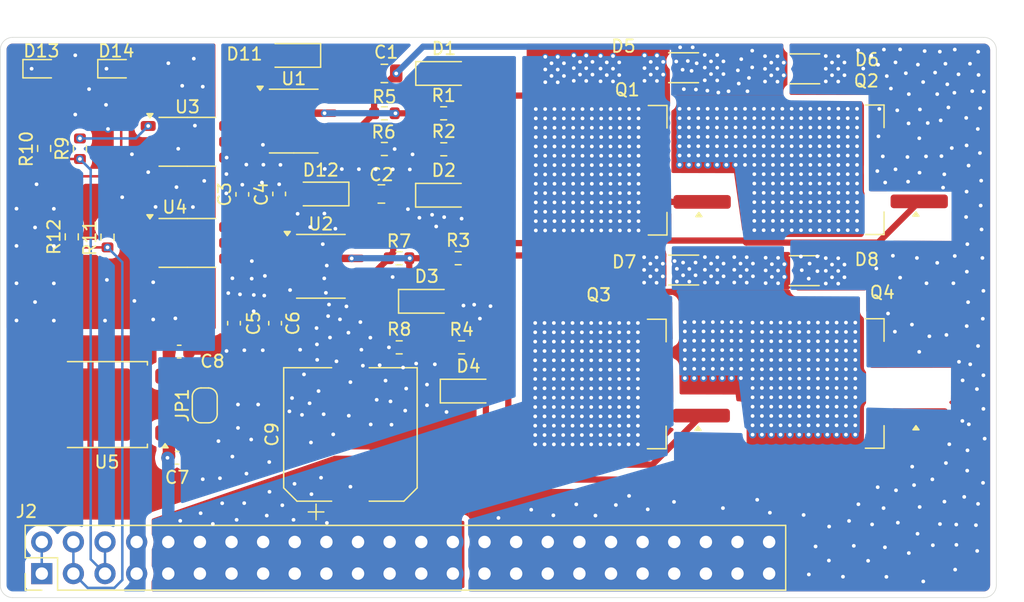
<source format=kicad_pcb>
(kicad_pcb (version 20240108) (generator "pcbnew") (generator_version "8.0")
  (layers (0 "F.Cu" signal) (31 "B.Cu" signal) (34 "B.Paste" user) (35 "F.Paste" user) (36 "B.SilkS" user "B.Silkscreen") (37 "F.SilkS" user "F.Silkscreen") (38 "B.Mask" user) (39 "F.Mask" user) (44 "Edge.Cuts" user))
  (net 0 "")
  (net 1 "GND")
  (net 2 "+12V")
  (net 3 "GNDSig")
  (net 4 "Net-(D14-A)")
  (net 5 "/MD1-1_Card1/Rear-Sig")
  (net 6 "+3.3V")
  (net 7 "/MD1-1_Card1/Foward-Sig")
  (net 8 "Net-(D1-K)")
  (net 9 "Net-(D1-A)")
  (net 10 "Net-(D2-A)")
  (net 11 "Net-(D2-K)")
  (net 12 "Net-(D3-K)")
  (net 13 "Net-(D3-A)")
  (net 14 "Net-(D4-A)")
  (net 15 "Net-(D4-K)")
  (net 16 "Net-(R9-Pad2)")
  (net 17 "Net-(R11-Pad1)")
  (net 18 "Net-(U1-IN)")
  (net 19 "Net-(U2-IN)")
  (net 20 "+Batt")
  (net 21 "Net-(D12-K)")
  (net 22 "Net-(D11-K)")
  (net 23 "Net-(D13-A)")
  (net 24 "OutA")
  (net 25 "OutB")
  (footprint "Resistor_SMD:R_0603_1608Metric" (layer "F.Cu") (at 115.23 66.03)
    (property "Reference" "R6")
    (property "Value" "10kΩ" (hide yes))
  )
  (footprint "Capacitor_SMD:CP_Elec_10x10.5" (layer "F.Cu") (at 112.5025 88.9525 90)
    (property "Reference" "C9")
    (property "Value" "47μF")
  )
  (footprint "Jumper:SolderJumper-2_P1.3mm_Open_RoundedPad1.0x1.5mm" (layer "F.Cu") (at 100.8025 86.62 90)
    (property "Reference" "JP1")
    (property "Value" "24V⇔12V切り替え" (hide yes))
  )
  (footprint "Resistor_SMD:R_0603_1608Metric" (layer "F.Cu") (at 121.16 74.8)
    (property "Reference" "R3")
    (property "Value" "10Ω" (hide yes))
  )
  (footprint "Resistor_SMD:R_MELF_MMB-0207" (layer "F.Cu") (at 139.2725 75.75)
    (property "Reference" "D7")
    (property "Value" "1N4148W" (hide yes))
  )
  (footprint "LED_SMD:LED_0603_1608Metric" (layer "F.Cu") (at 87.685 59.58)
    (property "Reference" "D13")
    (property "Value" "LED")
  )
  (footprint "Resistor_SMD:R_0603_1608Metric" (layer "F.Cu") (at 92.9925 73.105 -90)
    (property "Reference" "R11")
    (property "Value" "1kΩ" (hide yes))
  )
  (footprint "Package_TO_SOT_SMD:TO-263-2" (layer "F.Cu") (at 133.0325 84.9 180)
    (property "Reference" "Q3")
    (property "Value" "NMOS" (hide yes))
  )
  (footprint "Resistor_SMD:R_0603_1608Metric" (layer "F.Cu") (at 119.99 63.16)
    (property "Reference" "R1")
    (property "Value" "10Ω" (hide yes))
  )
  (footprint "Diode_SMD:Nexperia_CFP3_SOD-123W" (layer "F.Cu") (at 118.63 78.26)
    (property "Reference" "D3")
    (property "Value" "1N4148W" (hide yes))
  )
  (footprint "Package_TO_SOT_SMD:TO-263-2" (layer "F.Cu") (at 150.5375 84.86 180)
    (property "Reference" "Q4")
    (property "Value" "NMOS" (hide yes))
  )
  (footprint "Capacitor_SMD:C_0603_1608Metric" (layer "F.Cu") (at 103.82 69.67 90)
    (property "Reference" "C3")
    (property "Value" "0.1μF" (hide yes))
  )
  (footprint "Diode_SMD:Nexperia_CFP3_SOD-123W" (layer "F.Cu") (at 107.85 58.51 180)
    (property "Reference" "D11")
    (property "Value" "1N4148W" (hide yes))
  )
  (footprint "Resistor_SMD:R_0603_1608Metric" (layer "F.Cu") (at 120 66.05)
    (property "Reference" "R2")
    (property "Value" "10Ω" (hide yes))
  )
  (footprint "Package_SO:SOIC-8_3.9x4.9mm_P1.27mm" (layer "F.Cu") (at 107.95 63.785)
    (property "Reference" "U1")
    (property "Value" "IR2302" (hide yes))
  )
  (footprint "Resistor_SMD:R_0603_1608Metric" (layer "F.Cu") (at 116.42 81.96 180)
    (property "Reference" "R8")
    (property "Value" "10kΩ" (hide yes))
  )
  (footprint "Diode_SMD:Nexperia_CFP3_SOD-123W" (layer "F.Cu") (at 121.9825 85.47)
    (property "Reference" "D4")
    (property "Value" "1N4148W" (hide yes))
  )
  (footprint "Capacitor_SMD:C_0603_1608Metric" (layer "F.Cu") (at 103.1525 80.02 90)
    (property "Reference" "C5")
    (property "Value" "0.1μF" (hide yes))
  )
  (footprint "Diode_SMD:Nexperia_CFP3_SOD-123W" (layer "F.Cu") (at 110.1175 69.64 180)
    (property "Reference" "D12")
    (property "Value" "D" (hide yes))
  )
  (footprint "Diode_SMD:Nexperia_CFP3_SOD-123W" (layer "F.Cu") (at 120 69.74)
    (property "Reference" "D2")
    (property "Value" "1N4148W" (hide yes))
  )
  (footprint "Resistor_SMD:R_MELF_MMB-0207" (layer "F.Cu") (at 148.9925 59.59)
    (property "Reference" "D6")
    (property "Value" "1N4148W" (hide yes))
  )
  (footprint "Resistor_SMD:R_0603_1608Metric" (layer "F.Cu") (at 87.9025 65.985 90)
    (property "Reference" "R10")
    (property "Value" "1kΩ" (hide yes))
  )
  (footprint "Package_TO_SOT_SMD:TO-252-2" (layer "F.Cu") (at 92.8875 86.555 180)
    (property "Reference" "U5")
    (property "Value" "L7812" (hide yes))
  )
  (footprint "Resistor_SMD:R_MELF_MMB-0207" (layer "F.Cu") (at 148.9525 75.8)
    (property "Reference" "D8")
    (property "Value" "1N4148W" (hide yes))
  )
  (footprint "Resistor_SMD:R_MELF_MMB-0207" (layer "F.Cu") (at 139.2625 59.5)
    (property "Reference" "D5")
    (property "Value" "1N4148W" (hide yes))
  )
  (footprint "Package_TO_SOT_SMD:TO-263-2" (layer "F.Cu") (at 150.5375 67.695 180)
    (property "Reference" "Q2")
    (property "Value" "NMOS" (hide yes))
  )
  (footprint "Resistor_SMD:R_0603_1608Metric" (layer "F.Cu") (at 115.23 63.16 180)
    (property "Reference" "R5")
    (property "Value" "10kΩ" (hide yes))
  )
  (footprint "Resistor_SMD:R_0603_1608Metric" (layer "F.Cu") (at 116.41 74.8 180)
    (property "Reference" "R7")
    (property "Value" "10kΩ" (hide yes))
  )
  (footprint "Capacitor_SMD:C_0603_1608Metric" (layer "F.Cu") (at 106.78 69.635 90)
    (property "Reference" "C4")
    (property "Value" "0.1μF" (hide yes))
  )
  (footprint "Package_TO_SOT_SMD:TO-263-2" (layer "F.Cu") (at 133.1025 67.735 180)
    (property "Reference" "Q1")
    (property "Value" "NMOS" (hide yes))
  )
  (footprint "Capacitor_SMD:C_0603_1608Metric" (layer "F.Cu") (at 106.4525 80.02 90)
    (property "Reference" "C6")
    (property "Value" "0.1μF" (hide yes))
  )
  (footprint "Package_SO:SO-5-6_4.55x3.7mm_P1.27mm" (layer "F.Cu") (at 99.41 65.4475)
    (property "Reference" "U3")
    (property "Value" "TLP152" (hide yes))
  )
  (footprint "Package_SO:SO-5-6_4.55x3.7mm_P1.27mm" (layer "F.Cu") (at 99.41 73.57)
    (property "Reference" "U4")
    (property "Value" "TLP152")
  )
  (footprint "Diode_SMD:Nexperia_CFP3_SOD-123W" (layer "F.Cu") (at 120.0125 59.96)
    (property "Reference" "D1")
    (property "Value" "1N4148W" (hide yes))
  )
  (footprint "Capacitor_SMD:C_0603_1608Metric" (layer "F.Cu") (at 98.5825 90.83)
    (property "Reference" "C7")
    (property "Value" "0.33μF" (hide yes))
  )
  (footprint "Package_SO:SOIC-8_3.9x4.9mm_P1.27mm" (layer "F.Cu") (at 110.13 75.45)
    (property "Reference" "U2")
    (property "Value" "IR2302")
  )
  (footprint "LED_SMD:LED_0603_1608Metric" (layer "F.Cu") (at 93.6975 59.58)
    (property "Reference" "D14")
    (property "Value" "LED")
  )
  (footprint "Capacitor_SMD:C_0805_2012Metric" (layer "F.Cu") (at 114.99 69.64)
    (property "Reference" "C2")
    (property "Value" "10μF" (hide yes))
  )
  (footprint "Capacitor_SMD:C_0805_2012Metric" (layer "F.Cu") (at 115.23 59.96)
    (property "Reference" "C1")
    (property "Value" "10μF" (hide yes))
  )
  (footprint "Resistor_SMD:R_0603_1608Metric" (layer "F.Cu") (at 90.1225 73.08 90)
    (property "Reference" "R12")
    (property "Value" "1kΩ" (hide yes))
  )
  (footprint "Capacitor_SMD:C_0603_1608Metric" (layer "F.Cu") (at 98.7525 82.3)
    (property "Reference" "C8")
    (property "Value" "0.1μF" (hide yes))
  )
  (footprint "Resistor_SMD:R_0603_1608Metric" (layer "F.Cu") (at 121.43 81.96)
    (property "Reference" "R4")
    (property "Value" "10Ω" (hide yes))
  )
  (footprint "Resistor_SMD:R_0603_1608Metric" (layer "F.Cu") (at 90.7775 66.005 90)
    (property "Reference" "R9")
    (property "Value" "1kΩ" (hide yes))
  )
  (footprint "Connector_PinHeader_2.54mm:PinHeader_2x24_P2.54mm_Vertical" (layer "F.Cu") (at 87.7125 100.13 90)
    (property "Reference" "J2")
    (property "Value" "Conn_02x24_Counter_Clockwise" (hide yes))
  )
  (gr_arc (start 85.3825 102.06) (mid 84.675393 101.767107) (end 84.3825 101.06) (stroke (width 0.05)) (layer "Edge.Cuts"))
  (gr_arc (start 84.3825 58.06) (mid 84.675393 57.352893) (end 85.3825 57.06) (stroke (width 0.05)) (layer "Edge.Cuts"))
  (gr_line (start 163.3825 102.06) (end 85.3825 102.06) (stroke (width 0.05)) (layer "Edge.Cuts"))
  (gr_arc (start 164.3825 101.06) (mid 164.089607 101.767107) (end 163.3825 102.06) (stroke (width 0.05)) (layer "Edge.Cuts"))
  (gr_line (start 84.3825 101.06) (end 84.3825 58.06) (stroke (width 0.05)) (layer "Edge.Cuts"))
  (gr_line (start 85.3825 57.06) (end 163.3825 57.06) (stroke (width 0.05)) (layer "Edge.Cuts"))
  (gr_arc (start 163.3825 57.06) (mid 164.089607 57.352893) (end 164.3825 58.06) (stroke (width 0.05)) (layer "Edge.Cuts"))
  (gr_line (start 164.3825 58.06) (end 164.3825 101.06) (stroke (width 0.05)) (layer "Edge.Cuts"))
  (via (at 100.6425 92.55) (size 0.6) (drill 0.3) (layers "F.Cu" "B.Cu") (net 1))
  (via (at 162.7425 96.24) (size 0.6) (drill 0.3) (layers "F.Cu" "B.Cu") (net 1))
  (via (at 155.4325 98.02) (size 0.6) (drill 0.3) (layers "F.Cu" "B.Cu") (net 1))
  (via (at 115.595 81.96) (size 0.5) (drill 0.3) (layers "F.Cu" "B.Cu") (net 1))
  (via (at 163.0625 66.35) (size 0.6) (drill 0.3) (layers "F.Cu" "B.Cu") (net 1))
  (via (at 151.6825 76.84) (size 0.5) (drill 0.3) (layers "F.Cu" "B.Cu") (net 1))
  (via (at 149.3125 76.44) (size 0.6) (drill 0.3) (layers "F.Cu" "B.Cu") (net 1))
  (via (at 105.5125 67.29) (size 0.6) (drill 0.3) (layers "F.Cu" "B.Cu") (net 1))
  (via (at 158.2225 94.78) (size 0.6) (drill 0.3) (layers "F.Cu" "B.Cu") (net 1))
  (via (at 157.2425 66.67) (size 0.6) (drill 0.3) (layers "F.Cu" "B.Cu") (net 1))
  (via (at 157.6025 80.13) (size 0.6) (drill 0.3) (layers "F.Cu" "B.Cu") (net 1))
  (via (at 108.2625 71.23) (size 0.6) (drill 0.3) (layers "F.Cu" "B.Cu") (net 1))
  (via (at 154.8525 93.19) (size 0.6) (drill 0.3) (layers "F.Cu" "B.Cu") (net 1))
  (via (at 161.9925 65.74) (size 0.6) (drill 0.3) (layers "F.Cu" "B.Cu") (net 1))
  (via (at 157.7725 93.02) (size 0.6) (drill 0.3) (layers "F.Cu" "B.Cu") (net 1))
  (via (at 163.2625 74.78) (size 0.6) (drill 0.3) (layers "F.Cu" "B.Cu") (net 1))
  (via (at 158.7325 66.62) (size 0.6) (drill 0.3) (layers "F.Cu" "B.Cu") (net 1))
  (via (at 105.475 65.69) (size 0.6) (drill 0.3) (layers "F.Cu" "B.Cu") (net 1))
  (via (at 108.6125 87.38) (size 0.6) (drill 0.3) (layers "F.Cu" "B.Cu") (net 1))
  (via (at 161.9525 71.49) (size 0.6) (drill 0.3) (layers "F.Cu" "B.Cu") (net 1))
  (via (at 156.0725 74.6) (size 0.6) (drill 0.3) (layers "F.Cu" "B.Cu") (net 1))
  (via (at 162.8925 64.42) (size 0.6) (drill 0.3) (layers "F.Cu" "B.Cu") (net 1))
  (via (at 161.3825 83.12) (size 0.6) (drill 0.3) (layers "F.Cu" "B.Cu") (net 1))
  (via (at 150.9525 96.35) (size 0.6) (drill 0.3) (layers "F.Cu" "B.Cu") (net 1))
  (via (at 104.5725 76.44) (size 0.6) (drill 0.3) (layers "F.Cu" "B.Cu") (net 1))
  (via (at 152.1825 76.33) (size 0.5) (drill 0.3) (layers "F.Cu" "B.Cu") (net 1))
  (via (at 132.1825 95.47) (size 0.6) (drill 0.3) (layers "F.Cu" "B.Cu") (net 1))
  (via (at 150.6825 60.6) (size 0.5) (drill 0.3) (layers "F.Cu" "B.Cu") (net 1))
  (via (at 118.6525 86.61) (size 0.6) (drill 0.3) (layers "F.Cu" "B.Cu") (net 1))
  (via (at 155.3525 58.04) (size 0.6) (drill 0.3) (layers "F.Cu" "B.Cu") (net 1))
  (via (at 110.7825 78.52) (size 0.6) (drill 0.3) (layers "F.Cu" "B.Cu") (net 1))
  (via (at 154.9825 62.81) (size 0.6) (drill 0.3) (layers "F.Cu" "B.Cu") (net 1))
  (via (at 150.0125 75.84) (size 0.6) (drill 0.3) (layers "F.Cu" "B.Cu") (net 1))
  (via (at 162.1125 78.33) (size 0.6) (drill 0.3) (layers "F.Cu" "B.Cu") (net 1))
  (via (at 109.9425 85.47) (size 0.6) (drill 0.3) (layers "F.Cu" "B.Cu") (net 1))
  (via (at 118.0425 71.55) (size 0.6) (drill 0.3) (layers "F.Cu" "B.Cu") (net 1))
  (via (at 116.055 66.03) (size 0.5) (drill 0.3) (layers "F.Cu" "B.Cu") (net 1))
  (via (at 110.7125 79.45) (size 0.6) (drill 0.3) (layers "F.Cu" "B.Cu") (net 1))
  (via (at 162.9125 81.85) (size 0.6) (drill 0.3) (layers "F.Cu" "B.Cu") (net 1))
  (via (at 158.1925 65.165) (size 0.6) (drill 0.3) (layers "F.Cu" "B.Cu") (net 1))
  (via (at 161.1725 97.82) (size 0.6) (drill 0.3) (layers "F.Cu" "B.Cu") (net 1))
  (via (at 110.6025 75.39) (size 0.6) (drill 0.3) (layers "F.Cu" "B.Cu") (net 1))
  (via (at 106.78 68.86) (size 0.6) (drill 0.3) (layers "F.Cu" "B.Cu") (net 1))
  (via (at 162.8225 85.31) (size 0.6) (drill 0.3) (layers "F.Cu" "B.Cu") (net 1))
  (via (at 115.3225 84.63) (size 0.6) (drill 0.3) (layers "F.Cu" "B.Cu") (net 1))
  (via (at 149.3225 100.2) (size 0.6) (drill 0.3) (layers "F.Cu" "B.Cu") (net 1))
  (via (at 161.6725 84.61) (size 0.6) (drill 0.3) (layers "F.Cu" "B.Cu") (net 1))
  (via (at 161.9925 69.45) (size 0.6) (drill 0.3) (layers "F.Cu" "B.Cu") (net 1))
  (via (at 103.9825 82.19) (size 0.6) (drill 0.3) (layers "F.Cu" "B.Cu") (net 1))
  (via (at 161.0425 58.04) (size 0.6) (drill 0.3) (layers "F.Cu" "B.Cu") (net 1))
  (via (at 158.2425 62.85) (size 0.6) (drill 0.3) (layers "F.Cu" "B.Cu") (net 1))
  (via (at 114.6125 86.17) (size 0.6) (drill 0.3) (layers "F.Cu" "B.Cu") (net 1))
  (via (at 115.8925 76.31) (size 0.6) (drill 0.3) (layers "F.Cu" "B.Cu") (net 1))
  (via (at 159.8525 96.15) (size 0.6) (drill 0.3) (layers "F.Cu" "B.Cu") (net 1))
  (via (at 158.0825 59.25) (size 0.6) (drill 0.3) (layers "F.Cu" "B.Cu") (net 1))
  (via (at 158.1875 82.32) (size 0.6) (drill 0.3) (layers "F.Cu" "B.Cu") (net 1))
  (via (at 159.2425 92.56) (size 0.6) (drill 0.3) (layers "F.Cu" "B.Cu") (net 1))
  (via (at 105.6325 76.22) (size 0.6) (drill 0.3) (layers "F.Cu" "B.Cu") (net 1))
  (via (at 163.1225 70.57) (size 0.6) (drill 0.3) (layers "F.Cu" "B.Cu") (net 1))
  (via (at 117.7825 83.26) (size 0.6) (drill 0.3) (layers "F.Cu" "B.Cu") (net 1))
  (via (at 103.0225 76.41) (size 0.6) (drill 0.3) (layers "F.Cu" "B.Cu") (net 1))
  (via (at 150.6825 58.56) (size 0.5) (drill 0.3) (layers "F.Cu" "B.Cu") (net 1))
  (via (at 151.1825 76.33) (size 0.5) (drill 0.3) (layers "F.Cu" "B.Cu") (net 1))
  (via (at 163.3425 84.2) (size 0.6) (drill 0.3) (layers "F.Cu" "B.Cu") (net 1))
  (via (at 102.56 66.7175) (size 0.6) (drill 0.3) (layers "F.Cu" "B.Cu") (net 1))
  (via (at 110.8625 81.17) (size 0.6) (drill 0.3) (layers "F.Cu" "B.Cu") (net 1))
  (via (at 117.1225 70.86) (size 0.6) (drill 0.3) (layers "F.Cu" "B.Cu") (net 1))
  (via (at 157.2925 68.65) (size 0.6) (drill 0.3) (layers "F.Cu" "B.Cu") (net 1))
  (via (at 159.6325 61.62) (size 0.6) (drill 0.3) (layers "F.Cu" "B.Cu") (net 1))
  (via (at 145.1725 94.2) (size 0.6) (drill 0.3) (layers "F.Cu" "B.Cu") (net 1))
  (via (at 156.6525 58.03) (size 0.6) (drill 0.3) (layers "F.Cu" "B.Cu") (net 1))
  (via (at 148.7525 75.76) (size 0.6) (drill 0.3) (layers "F.Cu" "B.Cu") (net 1))
  (via (at 109.3325 89.6) (size 0.6) (drill 0.3) (layers "F.Cu" "B.Cu") (net 1))
  (via (at 157.6225 91.54) (size 0.6) (drill 0.3) (layers "F.Cu" "B.Cu") (net 1))
  (via (at 154.7425 75.62) (size 0.6) (drill 0.3) (layers "F.Cu" "B.Cu") (net 1))
  (via (at 109.7825 80.41) (size 0.6) (drill 0.3) (layers "F.Cu" "B.Cu") (net 1))
  (via (at 155.6825 79.24) (size 0.6) (drill 0.3) (layers "F.Cu" "B.Cu") (net 1))
  (via (at 159.0025 81.07) (size 0.6) (drill 0.3) (layers "F.Cu" "B.Cu") (net 1))
  (via (at 163.2925 79.66) (size 0.6) (drill 0.3) (layers "F.Cu" "B.Cu") (net 1))
  (via (at 120.0325 71.5) (size 0.6) (drill 0.3) (layers "F.Cu" "B.Cu") (net 1))
  (via (at 104.1525 92.1) (size 0.6) (drill 0.3) (layers "F.Cu" "B.Cu") (net 1))
  (via (at 155.2625 66.62) (size 0.6) (drill 0.3) (layers "F.Cu" "B.Cu") (net 1))
  (via (at 111.1225 88.95) (size 0.6) (drill 0.3) (layers "F.Cu" "B.Cu") (net 1))
  (via (at 162.9125 94.53) (size 0.6) (drill 0.3) (layers "F.Cu" "B.Cu") (net 1))
  (via (at 161.8025 93.97) (size 0.6) (drill 0.3) (layers "F.Cu" "B.Cu") (net 1))
  (via (at 158.8725 63.94) (size 0.6) (drill 0.3) (layers "F.Cu" "B.Cu") (net 1))
  (via (at 156.4225 62.92) (size 0.6) (drill 0.3) (layers "F.Cu" "B.Cu") (net 1))
  (via (at 158.0525 96.93) (size 0.6) (drill 0.3) (layers "F.Cu" "B.Cu") (net 1))
  (via (at 104.5825 75.03) (size 0.6) (drill 0.3) (layers "F.Cu" "B.Cu") (net 1))
  (via (at 103.0225 90.73) (size 0.6) (drill 0.3) (layers "F.Cu" "B.Cu") (net 1))
  (via (at 157.3525 98.48) (size 0.6) (drill 0.3) (layers "F.Cu" "B.Cu") (net 1))
  (via (at 122.9025 79.65) (size 0.6) (drill 0.3) (layers "F.Cu" "B.Cu") (net 1))
  (via (at 109.8325 82.96) (size 0.6) (drill 0.3) (layers "F.Cu" "B.Cu") (net 1))
  (via (at 160.8025 65.95) (size 0.6) (drill 0.3) (layers "F.Cu" "B.Cu") (net 1))
  (via (at 105.9825 91.17) (size 0.6) (drill 0.3) (layers "F.Cu" "B.Cu") (net 1))
  (via (at 150.0025 74.65) (size 0.6) (drill 0.3) (layers "F.Cu" "B.Cu") (net 1))
  (via (at 157.3325 63.97) (size 0.6) (drill 0.3) (layers "F.Cu" "B.Cu") (net 1))
  (via (at 159.8425 58.21) (size 0.6) (drill 0.3) (layers "F.Cu" "B.Cu") (net 1))
  (via (at 104.5325 89.36) (size 0.6) (drill 0.3) (layers "F.Cu" "B.Cu") (net 1))
  (via (at 152.1825 60.1) (size 0.5) (drill 0.3) (layers "F.Cu" "B.Cu") (net 1))
  (via (at 163.1625 68.57) (size 0.6) (drill 0.3) (layers "F.Cu" "B.Cu") (net 1))
  (via (at 115.9025 67.66) (size 0.6) (drill 0.3) (layers "F.Cu" "B.Cu") (net 1))
  (via (at 106.8825 67.3) (size 0.6) (drill 0.3) (layers "F.Cu" "B.Cu") (net 1))
  (via (at 116.7325 83.58) (size 0.6) (drill 0.3) (layers "F.Cu" "B.Cu") (net 1))
  (via (at 112.1825 78.67) (size 0.6) (drill 0.3) (layers "F.Cu" "B.Cu") (net 1))
  (via (at 158.6225 58.16) (size 0.6) (drill 0.3) (layers "F.Cu" "B.Cu") (net 1))
  (via (at 163.4425 89.29) (size 0.6) (drill 0.3) (layers "F.Cu" "B.Cu") (net 1))
  (via (at 127.0225 95) (size 0.6) (drill 0.3) (layers "F.Cu" "B.Cu") (net 1))
  (via (at 156.2825 59.07) (size 0.6) (drill 0.3) (layers "F.Cu" "B.Cu") (net 1))
  (via (at 149.8625 97.95) (size 0.6) (drill 0.3) (layers "F.Cu" "B.Cu") (net 1))
  (via (at 155.5825 60.17) (size 0.6) (drill 0.3) (layers "F.Cu" "B.Cu") (net 1))
  (via (at 160.3325 91.25) (size 0.6) (drill 0.3) (layers "F.Cu" "B.Cu") (net 1))
  (via (at 103.82 68.895) (size 0.6) (drill 0.3) (layers "F.Cu" "B.Cu") (net 1))
  (via (at 150.6825 75.81) (size 0.5) (drill 0.3) (layers "F.Cu" "B.Cu") (net 1))
  (via (at 162.9525 60.08) (size 0.6) (drill 0.3) (layers "F.Cu" "B.Cu") (net 1))
  (via (at 156.6525 76.36) (size 0.6) (drill 0.3) (layers "F.Cu" "B.Cu") (net 1))
  (via (at 155.5525 100.39) (size 0.6) (drill 0.3) (layers "F.Cu" "B.Cu") (net 1))
  (via (at 119.0625 71.31) (size 0.6) (drill 0.3) (layers "F.Cu" "B.Cu") (net 1))
  (via (at 148.9025 95.42) (size 0.6) (drill 0.3) (layers "F.Cu" "B.Cu") (net 1))
  (via (at 158.0025 74.78) (size 0.6) (drill 0.3) (layers "F.Cu" "B.Cu") (net 1))
  (via (at 108.4625 82.15) (size 0.6) (drill 0.3) (layers "F.Cu" "B.Cu") (net 1))
  (via (at 124.3925 95.66) (size 0.6) (drill 0.3) (layers "F.Cu" "B.Cu") (net 1))
  (via (at 162.4425 61.38) (size 0.6) (drill 0.3) (layers "F.Cu" "B.Cu") (net 1))
  (via (at 151.6825 58.57) (size 0.5) (drill 0.3) (layers "F.Cu" "B.Cu") (net 1))
  (via (at 158.2125 67.93) (size 0.6) (drill 0.3) (layers "F.Cu" "B.Cu") (net 1))
  (via (at 152.1825 75.31) (size 0.5) (drill 0.3) (layers "F.Cu" "B.Cu") (net 1))
  (via (at 110.4425 67.63) (size 0.6) (drill 0.3) (layers "F.Cu" "B.Cu") (net 1))
  (via (at 159.9725 66.6) (size 0.6) (drill 0.3) (layers "F.Cu" "B.Cu") (net 1))
  (via (at 161.0425 74.62) (size 0.6) (drill 0.3) (layers "F.Cu" "B.Cu") (net 1))
  (via (at 162.0125 75.88) (size 0.6) (drill 0.3) (layers "F.Cu" "B.Cu") (net 1))
  (via (at 104.7425 77.75) (size 0.6) (drill 0.3) (layers "F.Cu" "B.Cu") (net 1))
  (via (at 157.1125 59.94) (size 0.6) (drill 0.3) (layers "F.Cu" "B.Cu") (net 1))
  (via (at 116.9825 85.27) (size 0.6) (drill 0.3) (layers "F.Cu" "B.Cu") (net 1))
  (via (at 154.3325 58.54) (size 0.6) (drill 0.3) (layers "F.Cu" "B.Cu") (net 1))
  (via (at 163.3125 92.84) (size 0.6) (drill 0.3) (layers "F.Cu" "B.Cu") (net 1))
  (via (at 104.1425 67.28) (size 0.6) (drill 0.3) (layers "F.Cu" "B.Cu") (net 1))
  (via (at 117.2725 67.67) (size 0.6) (drill 0.3) (layers "F.Cu" "B.Cu") (net 1))
  (via (at 151.1825 75.31) (size 0.5) (drill 0.3) (layers "F.Cu" "B.Cu") (net 1))
  (via (at 158.7725 76.81) (size 0.6) (drill 0.3) (layers "F.Cu" "B.Cu") (net 1))
  (via (at 102.5325 69.59) (size 0.6) (drill 0.3) (layers "F.Cu" "B.Cu") (net 1))
  (via (at 162.0425 91.86) (size 0.6) (drill 0.3) (layers "F.Cu" "B.Cu") (net 1))
  (via (at 162.0025 80.25) (size 0.6) (drill 0.3) (layers "F.Cu" "B.Cu") (net 1))
  (via (at 156.2825 67.66) (size 0.6) (drill 0.3) (layers "F.Cu" "B.Cu") (net 1))
  (via (at 153.3025 94.56) (size 0.6) (drill 0.3) (layers "F.Cu" "B.Cu") (net 1))
  (via (at 113.3825 82.15) (size 0.6) (drill 0.3) (layers "F.Cu" "B.Cu") (net 1))
  (via (at 102.5525 82.25) (size 0.6) (drill 0.3) (layers "F.Cu" "B.Cu") (net 1))
  (via (at 116.9025 87.04) (size 0.6) (drill 0.3) (layers "F.Cu" "B.Cu") (net 1))
  (via (at 162.1725 88.14) (size 0.6) (drill 0.3) (layers "F.Cu" "B.Cu") (net 1))
  (via (at 117.4925 66.46) (size 0.6) (drill 0.3) (layers "F.Cu" "B.Cu") (net 1))
  (via (at 105.5825 77.8) (size 0.6) (drill 0.3) (layers "F.Cu" "B.Cu") (net 1))
  (via (at 102.6925 77.6) (size 0.6) (drill 0.3) (layers "F.Cu" "B.Cu") (net 1))
  (via (at 152.0625 100.38) (size 0.6) (drill 0.3) (layers "F.Cu" "B.Cu") (net 1))
  (via (at 156.3225 93.44) (size 0.6) (drill 0.3) (layers "F.Cu" "B.Cu") (net 1))
  (via (at 154.4025 96.18) (size 0.6) (drill 0.3) (layers "F.Cu" "B.Cu") (net 1))
  (via (at 159.9125 63.73) (size 0.6) (drill 0.3) (layers "F.Cu" "B.Cu") (net 1))
  (via (at 159.6325 75.17) (size 0.6) (drill 0.3) (layers "F.Cu" "B.Cu") (net 1))
  (via (at 148.6825 74.66) (size 0.6) (drill 0.3) (layers "F.Cu" "B.Cu") (net 1))
  (via (at 162.2825 83.32) (size 0.6) (drill 0.3) (layers "F.Cu" "B.Cu") (net 1))
  (via (at 150.6825 76.83) (size 0.5) (drill 0.3) (layers "F.Cu" "B.Cu") (net 1))
  (via (at 153.6925 59.57) (size 0.6) (drill 0.3) (layers "F.Cu" "B.Cu") (net 1))
  (via (at 163.3425 77.42) (size 0.6) (drill 0.3) (layers "F.Cu" "B.Cu") (net 1))
  (via (at 102.0225 92.47) (size 0.6) (drill 0.3) (layers "F.Cu" "B.Cu") (net 1))
  (via (at 111.6625 79.71) (size 0.6) (drill 0.3) (layers "F.Cu" "B.Cu") (net 1))
  (via (at 154.0825 99.1) (size 0.6) (drill 0.3) (layers "F.Cu" "B.Cu") (net 1))
  (via (at 113.5025 83.43) (size 0.6) (drill 0.3) (layers "F.Cu" "B.Cu") (net 1))
  (via (at 102.5425 68.04) (size 0.6) (drill 0.3) (layers "F.Cu" "B.Cu") (net 1))
  (via (at 161.0125 61.51) (size 0.6) (drill 0.3) (layers "F.Cu" "B.Cu") (net 1))
  (via (at 163.3725 61.42) (size 0.6) (drill 0.3) (layers "F.Cu" "B.Cu") (net 1))
  (via (at 105.0925 86.55) (size 0.6) (drill 0.3) (layers "F.Cu" "B.Cu") (net 1))
  (via (at 112.5025 84.7525) (size 0.6) (drill 0.3) (layers "F.Cu" "B.Cu") (net 1))
  (via (at 161.9625 63.53) (size 0.6) (drill 0.3) (layers "F.Cu" "B.Cu") (net 1))
  (via (at 152.9325 97.9) (size 0.6) (drill 0.3) (layers "F.Cu" "B.Cu") (net 1))
  (via (at 160.1025 69.13) (size 0.6) (drill 0.3) (layers "F.Cu" "B.Cu") (net 1))
  (via (at 160.4425 60.83) (size 0.6) (drill 0.3) (layers "F.Cu" "B.Cu") (net 1))
  (via (at 113.1825 67.65) (size 0.6) (drill 0.3) (layers "F.Cu" "B.Cu") (net 1))
  (via (at 161.6525 87.87) (size 0.6) (drill 0.3) (layers "F.Cu" "B.Cu") (net 1))
  (via (at 142.4225 94.87) (size 0.6) (drill 0.3) (layers "F.Cu" "B.Cu") (net 1))
  (via (at 128.8025 95.45) (size 0.6) (drill 0.3) (layers "F.Cu" "B.Cu") (net 1))
  (via (at 118.6525 84.95) (size 0.6) (drill 0.3) (layers "F.Cu" "B.Cu") (net 1))
  (via (at 110.5325 77.58) (size 0.6) (drill 0.3) (layers "F.Cu" "B.Cu") (net 1))
  (via (at 134.8825 93.89) (size 0.6) (drill 0.3) (layers "F.Cu" "B.Cu") (net 1))
  (via (at 161.3425 60.03) (size 0.6) (drill 0.3) (layers "F.Cu" "B.Cu") (net 1))
  (via (at 162.8425 98.31) (size 0.6) (drill 0.3) (layers "F.Cu" "B.Cu") (net 1))
  (via (at 162.0525 73.67) (size 0.6) (drill 0.3) (layers "F.Cu" "B.Cu") (net 1))
  (via (at 130.6425 94.57) (size 0.6) (drill 0.3) (layers "F.Cu" "B.Cu") (net 1))
  (via (at 110.3525 87.33) (size 0.6) (drill 0.3) (layers "F.Cu" "B.Cu") (net 1))
  (via (at 115.8025 88.17) (size 0.6) (drill 0.3) (layers "F.Cu" "B.Cu") (net 1))
  (via (at 162.0625 90.23) (size 0.6) (drill 0.3) (layers "F.Cu" "B.Cu") (net 1))
  (via (at 112.3725 87.45) (size 0.6) (drill 0.3) (layers "F.Cu" "B.Cu") (net 1))
  (via (at 160.2025 68.06) (size 0.6) (drill 0.3) (layers "F.Cu" "B.Cu") (net 1))
  (via (at 150.6825 59.58) (size 0.5) (drill 0.3) (layers "F.Cu" "B.Cu") (net 1))
  (via (at 159.2825 97.85) (size 0.6) (drill 0.3) (layers "F.Cu" "B.Cu") (net 1))
  (via (at 110.4025 76.42) (size 0.6) (drill 0.3) (layers "F.Cu" "B.Cu") (net 1))
  (via (at 111.8125 67.64) (size 0.6) (drill 0.3) (layers "F.Cu" "B.Cu") (net 1))
  (via (at 151.6825 74.8) (size 0.5) (drill 0.3) (layers "F.Cu" "B.Cu") (net 1))
  (via (at 123.7525 78.65) (size 0.6) (drill 0.3) (layers "F.Cu" "B.Cu") (net 1))
  (via (at 160.5325 62.69) (size 0.6) (drill 0.3) (layers "F.Cu" "B.Cu") (net 1))
  (via (at 101.9025 89.49) (size 0.6) (drill 0.3) (layers "F.Cu" "B.Cu") (net 1))
  (via (at 160.2125 94.35) (size 0.6) (drill 0.3) (layers "F.Cu" "B.Cu") (net 1))
  (via (at 120.2225 87.15) (size 0.6) (drill 0.3) (layers "F.Cu" "B.Cu") (net 1))
  (via (at 107.6025 87.1) (size 0.6) (drill 0.3) (layers "F.Cu" "B.Cu") (net 1))
  (via (at 163.3425 86.9) (size 0.6) (drill 0.3) (layers "F.Cu" "B.Cu") (net 1))
  (via (at 153.2725 58.1) (size 0.6) (drill 0.3) (layers "F.Cu" "B.Cu") (net 1))
  (via (at 121.5825 78.6) (size 0.6) (drill 0.3) (layers "F.Cu" "B.Cu") (net 1))
  (via (at 111.2925 72.43) (size 0.6) (drill 0.3) (layers "F.Cu" "B.Cu") (net 1))
  (via (at 151.6825 75.82) (size 0.5) (drill 0.3) (layers "F.Cu" "B.Cu") (net 1))
  (via (at 162.2625 59.18) (size 0.6) (drill 0.3) (layers "F.Cu" "B.Cu") (net 1))
  (via (at 114.1325 88.15) (size 0.6) (drill 0.3) (layers "F.Cu" "B.Cu") (net 1))
  (via (at 152.1825 59.08) (size 0.5) (drill 0.3) (layers "F.Cu" "B.Cu") (net 1))
  (via (at 111.3825 83.08) (size 0.6) (drill 0.3) (layers "F.Cu" "B.Cu") (net 1))
  (via (at 115.7225 86.3) (size 0.6) (drill 0.3) (layers "F.Cu" "B.Cu") (net 1))
  (via (at 109.2725 72.3) (size 0.6) (drill 0.3) (layers "F.Cu" "B.Cu") (net 1))
  (via (at 119.3925 72.25) (size 0.6) (drill 0.3) (layers "F.Cu" "B.Cu") (net 1))
  (via (at 158.5025 60.65) (size 0.6) (drill 0.3) (layers "F.Cu" "B.Cu") (net 1))
  (via (at 121.4325 71.62) (size 0.6) (drill 0.3) (layers "F.Cu" "B.Cu") (net 1))
  (via (at 161.0725 99.81) (size 0.6) (drill 0.3) (layers "F.Cu" "B.Cu") (net 1))
  (via (at 105.3925 68.72) (size 0.6) (drill 0.3) (layers "F.Cu" "B.Cu") (net 1))
  (via (at 103.4725 86.55) (size 0.6) (drill 0.3) (layers "F.Cu" "B.Cu") (net 1))
  (via (at 160.9325 76.81) (size 0.6) (drill 0.3) (layers "F.Cu" "B.Cu") (net 1))
  (via (at 103.6325 77.7) (size 0.6) (drill 0.3) (layers "F.Cu" "B.Cu") (net 1))
  (via (at 151.1825 60.1) (size 0.5) (drill 0.3) (layers "F.Cu" "B.Cu") (net 1))
  (via (at 163.0725 62.75) (size 0.6) (drill 0.3) (layers "F.Cu" "B.Cu") (net 1))
  (via (at 163.1925 72.49) (size 0.6) (drill 0.3) (layers "F.Cu" "B.Cu") (net 1))
  (via (at 119.2825 83.32) (size 0.6) (drill 0.3) (layers "F.Cu" "B.Cu") (net 1))
  (via (at 103.4725 88.43) (size 0.6) (drill 0.3) (layers "F.Cu" "B.Cu") (net 1))
  (via (at 151.1825 59.08) (size 0.5) (drill 0.3) (layers "F.Cu" "B.Cu") (net 1))
  (via (at 113.3025 79.93) (size 0.6) (drill 0.3) (layers "F.Cu" "B.Cu") (net 1))
  (via (at 122.4425 78.53) (size 0.6) (drill 0.3) (layers "F.Cu" "B.Cu") (net 1))
  (via (at 156.4725 96.04) (size 0.6) (drill 0.3) (layers "F.Cu" "B.Cu") (net 1))
  (via (at 133.8225 94.62) (size 0.6) (drill 0.3) (layers "F.Cu" "B.Cu") (net 1))
  (via (at 155.9125 61.17) (size 0.6) (drill 0.3) (layers "F.Cu" "B.Cu") (net 1))
  (via (at 154.8225 67.8) (size 0.6) (drill 0.3) (layers "F.Cu" "B.Cu") (net 1))
  (via (at 107.655 77.355) (size 0.6) (drill 0.3) (layers "F.Cu" "B.Cu") (net 1))
  (via (at 107.8125 86.03) (size 0.6) (drill 0.3) (layers "F.Cu" "B.Cu") (net 1))
  (via (at 152.5525 95.9) (size 0.6) (drill 0.3) (layers "F.Cu" "B.Cu") (net 1))
  (via (at 136.3825 94.97) (size 0.6) (drill 0.3) (layers "F.Cu" "B.Cu") (net 1))
  (via (at 109.8125 81.72) (size 0.6) (drill 0.3) (layers "F.Cu" "B.Cu") (net 1))
  (via (at 161.1625 96.19) (size 0.6) (drill 0.3) (layers "F.Cu" "B.Cu") (net 1))
  (via (at 109.2225 86.45) (size 0.6) (drill 0.3) (layers "F.Cu" "B.Cu") (net 1))
  (via (at 151.6825 59.59) (size 0.5) (drill 0.3) (layers "F.Cu" "B.Cu") (net 1))
  (via (at 114.5325 67.65) (size 0.6) (drill 0.3) (layers "F.Cu" "B.Cu") (net 1))
  (via (at 104.7325 79.06) (size 0.6) (drill 0.3) (layers "F.Cu" "B.Cu") (net 1))
  (via (at 105.4625 82.19) (size 0.6) (drill 0.3) (layers "F.Cu" "B.Cu") (net 1))
  (via (at 154.8825 59.26) (size 0.6) (drill 0.3) (layers "F.Cu" "B.Cu") (net 1))
  (via (at 160.6025 89.74) (size 0.6) (drill 0.3) (layers "F.Cu" "B.Cu") (net 1))
  (via (at 160.3725 80.96) (size 0.6) (drill 0.3) (layers "F.Cu" "B.Cu") (net 1))
  (via (at 151.6825 60.61) (size 0.5) (drill 0.3) (layers "F.Cu" "B.Cu") (net 1))
  (via (at 146.1925 95.24) (size 0.6) (drill 0.3) (layers "F.Cu" "B.Cu") (net 1))
  (via (at 149.3825 75.23) (size 0.6) (drill 0.3) (layers "F.Cu" "B.Cu") (net 1))
  (via (at 162.1525 67.36) (size 0.6) (drill 0.3) (layers "F.Cu" "B.Cu") (net 1))
  (via (at 150.6825 74.79) (size 0.5) (drill 0.3) (layers "F.Cu" "B.Cu") (net 1))
  (via (at 114.8525 83.39) (size 0.6) (drill 0.3) (layers "F.Cu" "B.Cu") (net 1))
  (via (at 155.3225 94.87) (size 0.6) (drill 0.3) (layers "F.Cu" "B.Cu") (net 1))
  (via (at 138.4925 94.37) (size 0.6) (drill 0.3) (layers "F.Cu" "B.Cu") (net 1))
  (via (at 157.3525 61.62) (size 0.6) (drill 0.3) (layers "F.Cu" "B.Cu") (net 1))
  (via (at 108.7725 84.13) (size 0.6) (drill 0.3) (layers "F.Cu" "B.Cu") (net 1))
  (via (at 155.4525 68.72) (size 0.6) (drill 0.3) (layers "F.Cu" "B.Cu") (net 1))
  (via (at 110.2825 73.67) (size 0.6) (drill 0.3) (layers "F.Cu" "B.Cu") (net 1))
  (via (at 156.2325 80.7) (size 0.6) (drill 0.3) (layers "F.Cu" "B.Cu") (net 1))
  (via (at 114.1025 81.18) (size 0.6) (drill 0.3) (layers "F.Cu" "B.Cu") (net 1))
  (via (at 158.5125 100.76) (size 0.6) (drill 0.3) (layers "F.Cu" "B.Cu") (net 1))
  (via (at 159.4625 59.89) (size 0.6) (drill 0.3) (layers "F.Cu" "B.Cu") (net 1))
  (via (at 160.2925 59.18) (size 0.6) (drill 0.3) (layers "F.Cu" "B.Cu") (net 1))
  (via (at 110.4125 71.21) (size 0.6) (drill 0.3) (layers "F.Cu" "B.Cu") (net 1))
  (via (at 162.9225 58.22) (size 0.6) (drill 0.3) (layers "F.Cu" "B.Cu") (net 1))
  (via (at 150.9325 99.08) (size 0.6) (drill 0.3) (layers "F.Cu" "B.Cu") (net 1))
  (via (at 154.9125 65.01) (size 0.6) (drill 0.3) (layers "F.Cu" "B.Cu") (net 1))
  (via (at 112.3425 80.78) (size 0.6) (drill 0.3) (layers "F.Cu" "B.Cu") (net 1))
  (segment (start 108.7175 69.64) (end 107.55 69.64) (width 0.5) (layer "F.Cu") (net 2))
  (segment (start 106.449999 64.42) (end 106.9225 64.42) (width 0.5) (layer "F.Cu") (net 2))
  (segment (start 107.55 69.64) (end 106.78 70.41) (width 0.5) (layer "F.Cu") (net 2))
  (segment (start 107.3125 64.03) (end 107.3125 62.53) (width 0.5) (layer "F.Cu") (net 2))
  (segment (start 106.745 70.445) (end 106.78 70.41) (width 0.5) (layer "F.Cu") (net 2))
  (segment (start 109.08 76.535001) (end 109.08 79.3825) (width 0.5) (layer "F.Cu") (net 2))
  (segment (start 100.8025 85.21) (end 99.8675 84.275) (width 1) (layer "F.Cu") (net 2))
  (segment (start 102.56 64.100052) (end 104.780052 61.88) (width 0.5) (layer "F.Cu") (net 2))
  (segment (start 107.655 73.545) (end 106.41 72.3) (width 0.5) (layer "F.Cu") (net 2))
  (segment (start 101.2425 84.58) (end 104.6125 84.58) (width 1) (layer "F.Cu") (net 2))
  (segment (start 99.8675 84.275) (end 97.9275 84.275) (width 1) (layer "F.Cu") (net 2))
  (segment (start 106.449999 64.42) (end 108.7175 66.687501) (width 0.5) (layer "F.Cu") (net 2))
  (segment (start 107.3125 62.53) (end 106.6625 61.88) (width 0.5) (layer "F.Cu") (net 2))
  (segment (start 109.08 79.3825) (end 107.6675 80.795) (width 0.5) (layer "F.Cu") (net 2))
  (segment (start 97.9275 84.275) (end 97.9275 82.35) (width 1) (layer "F.Cu") (net 2))
  (segment (start 103.82 71.04) (end 102.56 72.3) (width 0.5) (layer "F.Cu") (net 2))
  (segment (start 106.4525 82.74) (end 106.4525 80.795) (width 0.5) (layer "F.Cu") (net 2))
  (segment (start 108.7175 66.687501) (end 108.7175 69.64) (width 0.5) (layer "F.Cu") (net 2))
  (segment (start 108.629999 76.085) (end 109.08 76.535001) (width 0.5) (layer "F.Cu") (net 2))
  (segment (start 109.08 74.412316) (end 108.212684 73.545) (width 0.5) (layer "F.Cu") (net 2))
  (segment (start 106.41 72.3) (end 102.56 72.3) (width 0.5) (layer "F.Cu") (net 2))
  (segment (start 100.8025 85.97) (end 100.8025 85.21) (width 1) (layer "F.Cu") (net 2))
  (segment (start 104.780052 61.88) (end 105.475 61.88) (width 0.5) (layer "F.Cu") (net 2))
  (segment (start 100.8025 85.02) (end 101.2425 84.58) (width 1) (layer "F.Cu") (net 2))
  (segment (start 102.56 64.1775) (end 102.56 64.100052) (width 0.5) (layer "F.Cu") (net 2))
  (segment (start 105.475 61.88) (end 105.475 59.485) (width 0.5) (layer "F.Cu") (net 2))
  (segment (start 106.6625 61.88) (end 105.475 61.88) (width 0.5) (layer "F.Cu") (net 2))
  (segment (start 103.82 70.445) (end 106.745 70.445) (width 0.5) (layer "F.Cu") (net 2))
  (segment (start 106.4525 80.795) (end 103.1525 80.795) (width 0.5) (layer "F.Cu") (net 2))
  (segment (start 104.6125 84.58) (end 106.4525 82.74) (width 1) (layer "F.Cu") (net 2))
  (segment (start 100.8025 85.97) (end 100.8025 85.02) (width 1) (layer "F.Cu") (net 2))
  (segment (start 103.82 70.445) (end 103.82 71.04) (width 0.5) (layer "F.Cu") (net 2))
  (segment (start 105.475 64.42) (end 106.449999 64.42) (width 0.5) (layer "F.Cu") (net 2))
  (segment (start 106.9225 64.42) (end 107.3125 64.03) (width 0.5) (layer "F.Cu") (net 2))
  (segment (start 97.9275 82.35) (end 97.9775 82.3) (width 1) (layer "F.Cu") (net 2))
  (segment (start 109.08 75.634999) (end 109.08 74.412316) (width 0.5) (layer "F.Cu") (net 2))
  (segment (start 107.6675 80.795) (end 106.4525 80.795) (width 0.5) (layer "F.Cu") (net 2))
  (segment (start 108.212684 73.545) (end 107.655 73.545) (width 0.5) (layer "F.Cu") (net 2))
  (segment (start 107.655 76.085) (end 108.629999 76.085) (width 0.5) (layer "F.Cu") (net 2))
  (segment (start 108.629999 76.085) (end 109.08 75.634999) (width 0.5) (layer "F.Cu") (net 2))
  (segment (start 105.475 59.485) (end 106.45 58.51) (width 0.5) (layer "F.Cu") (net 2))
  (via (at 86.8975 59.58) (size 0.6) (drill 0.3) (layers "F.Cu" "B.Cu") (net 3))
  (via (at 85.6825 70.82) (size 0.6) (drill 0.3) (layers "F.Cu" "B.Cu") (net 3))
  (via (at 94.9525 66.45) (size 0.6) (drill 0.3) (layers "F.Cu" "B.Cu") (net 3))
  (via (at 98.5325 69.09) (size 0.6) (drill 0.3) (layers "F.Cu" "B.Cu") (net 3))
  (via (at 95.1525 78.23) (size 0.6) (drill 0.3) (layers "F.Cu" "B.Cu") (net 3))
  (via (at 85.6825 76.81) (size 0.6) (drill 0.3) (layers "F.Cu" "B.Cu") (net 3))
  (via (at 91.5125 61.22) (size 0.6) (drill 0.3) (layers "F.Cu" "B.Cu") (net 3))
  (via (at 96.8525 70.68) (size 0.6) (drill 0.3) (layers "F.Cu" "B.Cu") (net 3))
  (via (at 92.8725 62.48) (size 0.6) (drill 0.3) (layers "F.Cu" "B.Cu") (net 3))
  (via (at 97.879402 59.136951) (size 0.6) (drill 0.3) (layers "F.Cu" "B.Cu") (net 3))
  (via (at 96.6625 76.73) (size 0.6) (drill 0.3) (layers "F.Cu" "B.Cu") (net 3))
  (via (at 85.6825 79.8) (size 0.6) (drill 0.3) (layers "F.Cu" "B.Cu") (net 3))
  (via (at 94.1725 69.9) (size 0.6) (drill 0.3) (layers "F.Cu" "B.Cu") (net 3))
  (via (at 98.4425 79.63) (size 0.6) (drill 0.3) (layers "F.Cu" "B.Cu") (net 3))
  (via (at 100.7625 68.59) (size 0.6) (drill 0.3) (layers "F.Cu" "B.Cu") (net 3))
  (via (at 87.2925 68.86) (size 0.6) (drill 0.3) (layers "F.Cu" "B.Cu") (net 3))
  (via (at 87.1725 78.32) (size 0.6) (drill 0.3) (layers "F.Cu" "B.Cu") (net 3))
  (via (at 98.9925 60.95) (size 0.6) (drill 0.3) (layers "F.Cu" "B.Cu") (net 3))
  (via (at 88.6825 70.83) (size 0.6) (drill 0.3) (layers "F.Cu" "B.Cu") (net 3))
  (via (at 100.0125 64.15) (size 0.6) (drill 0.3) (layers "F.Cu" "B.Cu") (net 3))
  (via (at 96.6625 79.72) (size 0.6) (drill 0.3) (layers "F.Cu" "B.Cu") (net 3))
  (via (at 96.2625 67.8875) (size 0.6) (drill 0.3) (layers "F.Cu" "B.Cu") (net 3))
  (via (at 92.7925 79.81) (size 0.6) (drill 0.3) (layers "F.Cu" "B.Cu") (net 3))
  (via (at 99.9225 58.77) (size 0.6) (drill 0.3) (layers "F.Cu" "B.Cu") (net 3))
  (via (at 90.4025 63.26) (size 0.6) (drill 0.3) (layers "F.Cu" "B.Cu") (net 3))
  (via (at 92.9425 76.54) (size 0.6) (drill 0.3) (layers "F.Cu" "B.Cu") (net 3))
  (via (at 88.6825 76.82) (size 0.6) (drill 0.3) (layers "F.Cu" "B.Cu") (net 3))
  (via (at 87.1725 72.33) (size 0.6) (drill 0.3) (layers "F.Cu" "B.Cu") (net 3))
  (via (at 92.91 59.58) (size 0.6) (drill 0.3) (layers "F.Cu" "B.Cu") (net 3))
  (via (at 88.6825 79.81) (size 0.6) (drill 0.3) (layers "F.Cu" "B.Cu") (net 3))
  (via (at 93.0325 64.42) (size 0.6) (drill 0.3) (layers "F.Cu" "B.Cu") (net 3))
  (via (at 88.6825 73.82) (size 0.6) (drill 0.3) (layers "F.Cu" "B.Cu") (net 3))
  (via (at 85.6825 73.81) (size 0.6) (drill 0.3) (layers "F.Cu" "B.Cu") (net 3))
  (via (at 100.6425 61.02) (size 0.6) (drill 0.3) (layers "F.Cu" "B.Cu") (net 3))
  (via (at 90.4025 58.5) (size 0.6) (drill 0.3) (layers "F.Cu" "B.Cu") (net 3))
  (via (at 99.8525 70.69) (size 0.6) (drill 0.3) (layers "F.Cu" "B.Cu") (net 3))
  (via (at 98.6725 66.01) (size 0.6) (drill 0.3) (layers "F.Cu" "B.Cu") (net 3))
  (segment (start 95.3325 100.13) (end 95.3325 97.59) (width 0.2) (layer "B.Cu") (net 3))
  (segment (start 90.9025 68.22) (end 92.6325 68.22) (width 0.2) (layer "F.Cu") (net 4))
  (segment (start 94.0925 66.76) (end 94.0925 59.9725) (width 0.2) (layer "F.Cu") (net 4))
  (segment (start 90.1225 72.255) (end 90.1225 69) (width 0.2) (layer "F.Cu") (net 4))
  (segment (start 94.0925 59.9725) (end 94.485 59.58) (width 0.2) (layer "F.Cu") (net 4))
  (segment (start 90.1225 69) (end 90.9025 68.22) (width 0.2) (layer "F.Cu") (net 4))
  (segment (start 92.6325 68.22) (end 94.0925 66.76) (width 0.2) (layer "F.Cu") (net 4))
  (segment (start 90.1475 73.93) (end 90.1225 73.905) (width 0.2) (layer "F.Cu") (net 5))
  (segment (start 92.9925 73.93) (end 90.1475 73.93) (width 0.2) (layer "F.Cu") (net 5))
  (segment (start 90.7125 97.13) (end 90.2525 97.59) (width 0.2) (layer "F.Cu") (net 5))
  (via (at 92.9925 73.93) (size 0.6) (drill 0.3) (layers "F.Cu" "B.Cu") (net 5))
  (segment (start 90.7775 97.065) (end 90.2525 97.59) (width 0.2) (layer "B.Cu") (net 5))
  (segment (start 92.7925 74.13) (end 92.9925 73.93) (width 0.2) (layer "B.Cu") (net 5))
  (segment (start 90.2525 97.59) (end 90.2525 100.13) (width 0.2) (layer "B.Cu") (net 5))
  (segment (start 90.2525 100.13) (end 91.4025 101.28) (width 0.2) (layer "B.Cu") (net 5))
  (segment (start 94.1825 75.12) (end 92.9925 73.93) (width 0.2) (layer "B.Cu") (net 5))
  (segment (start 91.4025 101.28) (end 93.5425 101.28) (width 0.2) (layer "B.Cu") (net 5))
  (segment (start 93.5425 101.28) (end 94.1825 100.64) (width 0.2) (layer "B.Cu") (net 5))
  (segment (start 94.1825 100.64) (end 94.1825 75.12) (width 0.2) (layer "B.Cu") (net 5))
  (segment (start 87.7125 97.59) (end 87.7125 100.13) (width 0.2) (layer "B.Cu") (net 6))
  (segment (start 90.7775 66.83) (end 87.9225 66.83) (width 0.2) (layer "F.Cu") (net 7))
  (segment (start 87.9225 66.83) (end 87.9025 66.81) (width 0.2) (layer "F.Cu") (net 7))
  (via (at 90.7775 66.83) (size 0.6) (drill 0.3) (layers "F.Cu" "B.Cu") (net 7))
  (segment (start 92.7925 100.13) (end 91.6425 98.98) (width 0.2) (layer "B.Cu") (net 7))
  (segment (start 92.4625 97.26) (end 92.7925 97.59) (width 0.2) (layer "B.Cu") (net 7))
  (segment (start 91.6425 98.98) (end 91.6425 67.695) (width 0.2) (layer "B.Cu") (net 7))
  (segment (start 92.7925 100.13) (end 92.7925 97.59) (width 0.2) (layer "B.Cu") (net 7))
  (segment (start 91.6425 67.695) (end 90.7775 66.83) (width 0.2) (layer "B.Cu") (net 7))
  (segment (start 119.165 60.5125) (end 118.6125 59.96) (width 0.5) (layer "F.Cu") (net 8))
  (segment (start 116.055 63.16) (end 116.1225 63.16) (width 0.5) (layer "F.Cu") (net 8))
  (segment (start 119.165 63.16) (end 119.165 60.5125) (width 0.5) (layer "F.Cu") (net 8))
  (segment (start 116.1225 63.16) (end 119.165 63.16) (width 0.5) (layer "F.Cu") (net 8))
  (via (at 110.425 63.15) (size 0.6) (drill 0.3) (layers "F.Cu" "B.Cu") (net 8))
  (via (at 116.1225 63.16) (size 0.6) (drill 0.3) (layers "F.Cu" "B.Cu") (net 8))
  (segment (start 116.1225 63.16) (end 116.1125 63.15) (width 0.5) (layer "B.Cu") (net 8))
  (segment (start 116.1125 63.15) (end 110.425 63.15) (width 0.5) (layer "B.Cu") (net 8))
  (segment (start 137.4125 62.948122) (end 137.4125 69.5) (width 0.5) (layer "F.Cu") (net 9))
  (segment (start 121.4125 62.5625) (end 120.815 63.16) (width 0.5) (layer "F.Cu") (net 9))
  (segment (start 138.1875 70.275) (end 140.7525 70.275) (width 0.5) (layer "F.Cu") (net 9))
  (segment (start 121.4125 59.96) (end 121.4125 62.5625) (width 0.5) (layer "F.Cu") (net 9))
  (segment (start 137.4125 69.5) (end 138.1875 70.275) (width 0.5) (layer "F.Cu") (net 9))
  (segment (start 136.204378 61.74) (end 137.4125 62.948122) (width 0.5) (layer "F.Cu") (net 9))
  (segment (start 123.1925 61.74) (end 136.204378 61.74) (width 0.5) (layer "F.Cu") (net 9))
  (segment (start 121.4125 59.96) (end 123.1925 61.74) (width 0.5) (layer "F.Cu") (net 9))
  (segment (start 125.245 73.585) (end 136.349378 73.585) (width 0.5) (layer "F.Cu") (net 10))
  (segment (start 144.295622 73.545) (end 154.8925 73.545) (width 0.5) (layer "F.Cu") (net 10))
  (segment (start 136.349378 73.585) (end 136.554378 73.38) (width 0.5) (layer "F.Cu") (net 10))
  (segment (start 120.825 66.05) (end 120.825 69.165) (width 0.5) (layer "F.Cu") (net 10))
  (segment (start 154.8925 73.545) (end 158.1925 70.245) (width 0.5) (layer "F.Cu") (net 10))
  (segment (start 136.554378 73.38) (end 144.130622 73.38) (width 0.5) (layer "F.Cu") (net 10))
  (segment (start 144.130622 73.38) (end 144.295622 73.545) (width 0.5) (layer "F.Cu") (net 10))
  (segment (start 121.4 69.74) (end 125.245 73.585) (width 0.5) (layer "F.Cu") (net 10))
  (segment (start 120.825 69.165) (end 121.4 69.74) (width 0.5) (layer "F.Cu") (net 10))
  (segment (start 118.23 65.105) (end 119.175 66.05) (width 0.5) (layer "F.Cu") (net 11))
  (segment (start 115.33 65.105) (end 118.23 65.105) (width 0.5) (layer "F.Cu") (net 11))
  (segment (start 114.405 66.03) (end 110.765 66.03) (width 0.5) (layer "F.Cu") (net 11))
  (segment (start 119.175 69.165) (end 118.6 69.74) (width 0.5) (layer "F.Cu") (net 11))
  (segment (start 110.765 66.03) (end 110.425 65.69) (width 0.5) (layer "F.Cu") (net 11))
  (segment (start 119.175 66.05) (end 119.175 69.165) (width 0.5) (layer "F.Cu") (net 11))
  (segment (start 114.405 66.03) (end 115.33 65.105) (width 0.5) (layer "F.Cu") (net 11))
  (segment (start 117.23 74.805) (end 117.235 74.8) (width 0.5) (layer "F.Cu") (net 12))
  (segment (start 117.235 74.8) (end 117.2625 74.8) (width 0.5) (layer "F.Cu") (net 12))
  (segment (start 117.2625 74.8) (end 120.335 74.8) (width 0.5) (layer "F.Cu") (net 12))
  (segment (start 117.23 78.26) (end 117.23 74.805) (width 0.5) (layer "F.Cu") (net 12))
  (via (at 117.2625 74.8) (size 0.6) (drill 0.3) (layers "F.Cu" "B.Cu") (net 12))
  (via (at 112.605 74.815) (size 0.6) (drill 0.3) (layers "F.Cu" "B.Cu") (net 12))
  (segment (start 117.2625 74.8) (end 112.62 74.8) (width 0.5) (layer "B.Cu") (net 12))
  (segment (start 112.62 74.8) (end 112.605 74.815) (width 0.5) (layer "B.Cu") (net 12))
  (segment (start 121.985 74.8) (end 121.985 76.305) (width 0.5) (layer "F.Cu") (net 13))
  (segment (start 126.3125 91.38) (end 136.7525 91.38) (width 0.5) (layer "F.Cu") (net 13))
  (segment (start 121.985 76.305) (end 120.03 78.26) (width 0.5) (layer "F.Cu") (net 13))
  (segment (start 125.1825 90.25) (end 126.3125 91.38) (width 0.5) (layer "F.Cu") (net 13))
  (segment (start 136.7525 91.38) (end 140.6925 87.44) (width 0.5) (layer "F.Cu") (net 13))
  (segment (start 125.1825 77.9975) (end 125.1825 90.25) (width 0.5) (layer "F.Cu") (net 13))
  (segment (start 121.985 74.8) (end 125.1825 77.9975) (width 0.5) (layer "F.Cu") (net 13))
  (segment (start 123.3825 91) (end 123.3825 85.47) (width 0.5) (layer "F.Cu") (net 14))
  (segment (start 122.255 84.3425) (end 123.3825 85.47) (width 0.5) (layer "F.Cu") (net 14))
  (segment (start 153.0075 92.58) (end 124.9625 92.58) (width 0.5) (layer "F.Cu") (net 14))
  (segment (start 122.255 81.96) (end 122.255 84.3425) (width 0.5) (layer "F.Cu") (net 14))
  (segment (start 158.1875 87.4) (end 153.0075 92.58) (width 0.5) (layer "F.Cu") (net 14))
  (segment (start 124.9625 92.58) (end 123.3825 91) (width 0.5) (layer "F.Cu") (net 14))
  (segment (start 117.21 81.96) (end 117.245 81.96) (width 0.5) (layer "F.Cu") (net 15))
  (segment (start 120.5825 81.9825) (end 120.605 81.96) (width 0.5) (layer "F.Cu") (net 15))
  (segment (start 120.5825 85.47) (end 120.5825 81.9825) (width 0.5) (layer "F.Cu") (net 15))
  (segment (start 112.605 77.355) (end 117.21 81.96) (width 0.5) (layer "F.Cu") (net 15))
  (segment (start 117.245 81.96) (end 120.605 81.96) (width 0.5) (layer "F.Cu") (net 15))
  (via (at 96.26 64.1775) (size 0.6) (drill 0.3) (layers "F.Cu" "B.Cu") (net 16))
  (via (at 90.7775 65.18) (size 0.6) (drill 0.3) (layers "F.Cu" "B.Cu") (net 16))
  (segment (start 96.26 64.1775) (end 95.2575 65.18) (width 0.2) (layer "B.Cu") (net 16))
  (segment (start 95.2575 65.18) (end 90.7775 65.18) (width 0.2) (layer "B.Cu") (net 16))
  (segment (start 92.9925 72.28) (end 96.24 72.28) (width 0.2) (layer "F.Cu") (net 17))
  (segment (start 96.24 72.28) (end 96.26 72.3) (width 0.2) (layer "F.Cu") (net 17))
  (segment (start 104.500001 63.15) (end 103.61 64.040001) (width 0.5) (layer "F.Cu") (net 18))
  (segment (start 103.61 64.65228) (end 102.81478 65.4475) (width 0.5) (layer "F.Cu") (net 18))
  (segment (start 105.475 63.15) (end 104.500001 63.15) (width 0.5) (layer "F.Cu") (net 18))
  (segment (start 103.61 64.040001) (end 103.61 64.65228) (width 0.5) (layer "F.Cu") (net 18))
  (segment (start 102.81478 65.4475) (end 102.56 65.4475) (width 0.5) (layer "F.Cu") (net 18))
  (segment (start 107.655 74.815) (end 105.428161 74.815) (width 0.5) (layer "F.Cu") (net 19))
  (segment (start 104.183161 73.57) (end 102.56 73.57) (width 0.5) (layer "F.Cu") (net 19))
  (segment (start 105.428161 74.815) (end 104.183161 73.57) (width 0.5) (layer "F.Cu") (net 19))
  (segment (start 118.1925 100.13) (end 118.1925 97.59) (width 1.2) (layer "F.Cu") (net 20))
  (segment (start 97.8725 97.59) (end 120.7325 97.59) (width 1.2) (layer "F.Cu") (net 20))
  (segment (start 97.9275 90.71) (end 97.8075 90.83) (width 1) (layer "F.Cu") (net 20))
  (segment (start 100.8025 87.85) (end 100.8025 87.27) (width 1) (layer "F.Cu") (net 20))
  (segment (start 97.9275 88.835) (end 97.9275 90.71) (width 1) (layer "F.Cu") (net 20))
  (segment (start 113.1125 100.13) (end 113.1125 97.59) (width 1.2) (layer "F.Cu") (net 20))
  (segment (start 102.9525 100.13) (end 102.9525 97.59) (width 1.2) (layer "F.Cu") (net 20))
  (segment (start 97.8725 88.89) (end 97.9275 88.835) (width 1) (layer "F.Cu") (net 20))
  (segment (start 115.6525 97.59) (end 115.6525 100.13) (width 1.2) (layer "F.Cu") (net 20))
  (segment (start 97.8725 100.13) (end 97.8725 97.59) (width 1.2) (layer "F.Cu") (net 20))
  (segment (start 120.7325 97.59) (end 120.7325 100.13) (width 1.2) (layer "F.Cu") (net 20))
  (segment (start 110.5725 97.59) (end 110.5725 100.13) (width 1.2) (layer "F.Cu") (net 20))
  (segment (start 98.1125 97.35) (end 97.8725 97.59) (width 1.2) (layer "F.Cu") (net 20))
  (segment (start 99.8175 88.835) (end 100.8025 87.85) (width 1) (layer "F.Cu") (net 20))
  (segment (start 101.1025 97.59) (end 97.8725 97.59) (width 1) (layer "F.Cu") (net 20))
  (segment (start 108.0325 100.13) (end 108.0325 97.59) (width 1.2) (layer "F.Cu") (net 20))
  (segment (start 105.4925 97.59) (end 105.4925 100.13) (width 1.2) (layer "F.Cu") (net 20))
  (segment (start 100.4125 97.59) (end 100.4125 100.13) (width 1.2) (layer "F.Cu") (net 20))
  (segment (start 97.9275 88.835) (end 99.8175 88.835) (width 1) (layer "F.Cu") (net 20))
  (segment (start 120.7325 100.13) (end 97.8725 100.13) (width 1.2) (layer "F.Cu") (net 20))
  (via (at 132.6425 68.07) (size 0.5) (drill 0.3) (layers "F.Cu" "B.Cu") (net 20))
  (via (at 127.3925 68.82) (size 0.5) (drill 0.3) (layers "F.Cu" "B.Cu") (net 20))
  (via (at 134.8925 66.57) (size 0.5) (drill 0.3) (layers "F.Cu" "B.Cu") (net 20))
  (via (at 133.3425 89.75) (size 0.5) (drill 0.3) (layers "F.Cu" "B.Cu") (net 20))
  (via (at 130.3425 89) (size 0.5) (drill 0.3) (layers "F.Cu" "B.Cu") (net 20))
  (via (at 129.6425 68.82) (size 0.5) (drill 0.3) (layers "F.Cu" "B.Cu") (net 20))
  (via (at 128.0925 81.5) (size 0.5) (drill 0.3) (layers "F.Cu" "B.Cu") (net 20))
  (via (at 133.3925 67.32) (size 0.5) (drill 0.3) (layers "F.Cu" "B.Cu") (net 20))
  (via (at 131.0925 83) (size 0.5) (drill 0.3) (layers "F.Cu" "B.Cu") (net 20))
  (via (at 131.0925 80) (size 0.5) (drill 0.3) (layers "F.Cu" "B.Cu") (net 20))
  (via (at 134.0925 89.75) (size 0.5) (drill 0.3) (layers "F.Cu" "B.Cu") (net 20))
  (via (at 131.8925 63.57) (size 0.5) (drill 0.3) (layers "F.Cu" "B.Cu") (net 20))
  (via (at 131.0925 89) (size 0.5) (drill 0.3) (layers "F.Cu" "B.Cu") (net 20))
  (via (at 128.6525 59.14) (size 0.5) (drill 0.3) (layers "F.Cu" "B.Cu") (net 20))
  (via (at 135.5925 80.75) (size 0.5) (drill 0.3) (layers "F.Cu" "B.Cu") (net 20))
  (via (at 130.3425 89.75) (size 0.5) (drill 0.3) (layers "F.Cu" "B.Cu") (net 20))
  (via (at 133.3925 65.07) (size 0.5) (drill 0.3) (layers "F.Cu" "B.Cu") (net 20))
  (via (at 133.3425 87.5) (size 0.5) (drill 0.3) (layers "F.Cu" "B.Cu") (net 20))
  (via (at 134.8925 68.07) (size 0.5) (drill 0.3) (layers "F.Cu" "B.Cu") (net 20))
  (via (at 131.9425 60.05) (size 0.5) (drill 0.3) (layers "F.Cu" "B.Cu") (net 20))
  (via (at 128.0925 86.75) (size 0.5) (drill 0.3) (layers "F.Cu" "B.Cu") (net 20))
  (via (at 128.8925 68.82) (size 0.5) (drill 0.3) (layers "F.Cu" "B.Cu") (net 20))
  (via (at 128.1425 67.32) (size 0.5) (drill 0.3) (layers "F.Cu" "B.Cu") (net 20))
  (via (at 132.6425 67.32) (size 0.5) (drill 0.3) (layers "F.Cu" "B.Cu") (net 20))
  (via (at 130.9425 59.03) (size 0.5) (drill 0.3) (layers "F.Cu" "B.Cu") (net 20))
  (via (at 128.8925 66.57) (size 0.5) (drill 0.3) (layers "F.Cu" "B.Cu") (net 20))
  (via (at 128.1425 65.07) (size 0.5) (drill 0.3) (layers "F.Cu" "B.Cu") (net 20))
  (via (at 134.1425 65.82) (size 0.5) (drill 0.3) (layers "F.Cu" "B.Cu") (net 20))
  (via (at 135.6425 66.57) (size 0.5) (drill 0.3) (layers "F.Cu" "B.Cu") (net 20))
  (via (at 134.1425 68.07) (size 0.5) (drill 0.3) (layers "F.Cu" "B.Cu") (net 20))
  (via (at 129.5925 80) (size 0.5) (drill 0.3) (layers "F.Cu" "B.Cu") (net 20))
  (via (at 137.1225 58.52) (size 0.5) (drill 0.3) (layers "F.Cu" "B.Cu") (net 20))
  (via (at 128.0925 89.75) (size 0.5) (drill 0.3) (layers "F.Cu" "B.Cu") (net 20))
  (via (at 131.8425 83) (size 0.5) (drill 0.3) (layers "F.Cu" "B.Cu") (net 20))
  (via (at 130.3425 85.25) (size 0.5) (drill 0.3) (layers "F.Cu" "B.Cu") (net 20))
  (via (at 128.8425 87.5) (size 0.5) (drill 0.3) (layers "F.Cu" "B.Cu") (net 20))
  (via (at 131.8925 62.82) (size 0.5) (drill 0.3) (layers "F.Cu" "B.Cu") (net 20))
  (via (at 134.0925 82.25) (size 0.5) (drill 0.3) (layers "F.Cu" "B.Cu") (net 20))
  (via (at 100.4725 95.28) (size 0.6) (drill 0.3) (layers "F.Cu" "B.Cu") (net 20))
  (via (at 128.0925 80) (size 0.5) (drill 0.3) (layers "F.Cu" "B.Cu") (net 20))
  (via (at 135.5925 86.75) (size 0.5) (drill 0.3) (layers "F.Cu" "B.Cu") (net 20))
  (via (at 131.1425 69.57) (size 0.5) (drill 0.3) (layers "F.Cu" "B.Cu") (net 20))
  (via (at 131.8925 66.57) (size 0.5) (drill 0.3) (layers "F.Cu" "B.Cu") (net 20))
  (via (at 130.3925 62.82) (size 0.5) (drill 0.3) (layers "F.Cu" "B.Cu") (net 20))
  (via (at 136.5925 75.24) (size 0.5) (drill 0.3) (layers "F.Cu" "B.Cu") (net 20))
  (via (at 130.4425 60.55) (size 0.5) (drill 0.3) (layers "F.Cu" "B.Cu") (net 20))
  (via (at 129.6425 70.32) (size 0.5) (drill 0.3) (layers "F.Cu" "B.Cu") (net 20))
  (via (at 134.1425 65.07) (size 0.5) (drill 0.3) (layers "F.Cu" "B.Cu") (net 20))
  (via (at 129.5925 82.25) (size 0.5) (drill 0.3) (layers "F.Cu" "B.Cu") (net 20))
  (via (at 128.8425 83.75) (size 0.5) (drill 0.3) (layers "F.Cu" "B.Cu") (net 20))
  (via (at 135.5925 84.5) (size 0.5) (drill 0.3) (layers "F.Cu" "B.Cu") (net 20))
  (via (at 134.0925 88.25) (size 0.5) (drill 0.3) (layers "F.Cu" "B.Cu") (net 20))
  (via (at 131.8925 70.32) (size 0.5) (drill 0.3) (layers "F.Cu" "B.Cu") (net 20))
  (via (at 109.3725 93.75) (size 0.6) (drill 0.3) (layers "F.Cu" "B.Cu") (net 20))
  (via (at 129.6425 69.57) (size 0.5) (drill 0.3) (layers "F.Cu" "B.Cu") (net 20))
  (via (at 127.3425 89) (size 0.5) (drill 0.3) (layers "F.Cu" "B.Cu") (net 20))
  (via (at 133.3425 86) (size 0.5) (drill 0.3) (layers "F.Cu" "B.Cu") (net 20))
  (via (at 137.0925 74.73) (size 0.5) (drill 0.3) (layers "F.Cu" "B.Cu") (net 20))
  (via (at 134.8425 89.75) (size 0.5) (drill 0.3) (layers "F.Cu" "B.Cu") (net 20))
  (via (at 133.3425 81.5) (size 0.5) (drill 0.3) (layers "F.Cu" "B.Cu") (net 20))
  (via (at 134.1425 72.57) (size 0.5) (drill 0.3) (layers "F.Cu" "B.Cu") (net 20))
  (via (at 132.6425 63.57) (size 0.5) (drill 0.3) (layers "F.Cu" "B.Cu") (net 20))
  (via (at 130.3925 66.57) (size 0.5) (drill 0.3) (layers "F.Cu" "B.Cu") (net 20))
  (via (at 129.5925 89) (size 0.5) (drill 0.3) (layers "F.Cu" "B.Cu") (net 20))
  (via (at 135.5925 87.5) (size 0.5) (drill 0.3) (layers "F.Cu" "B.Cu") (net 20))
  (via (at 133.3425 88.25) (size 0.5) (drill 0.3) (layers "F.Cu" "B.Cu") (net 20))
  (via (at 134.8425 88.25) (size 0.5) (drill 0.3) (layers "F.Cu" "B.Cu") (net 20))
  (via (at 131.8425 80) (size 0.5) (drill 0.3) (layers "F.Cu" "B.Cu") (net 20))
  (via (at 134.1425 71.07) (size 0.5) (drill 0.3) (layers "F.Cu" "B.Cu") (net 20))
  (via (at 132.6425 71.82) (size 0.5) (drill 0.3) (layers "F.Cu" "B.Cu") (net 20))
  (via (at 137.1225 59.54) (size 0.5) (drill 0.3) (layers "F.Cu" "B.Cu") (net 20))
  (via (at 134.1425 70.32) (size 0.5) (drill 0.3) (layers "F.Cu" "B.Cu") (net 20))
  (via (at 132.5925 80.75) (size 0.5) (drill 0.3) (layers "F.Cu" "B.Cu") (net 20))
  (via (at 134.1425 71.82) (size 0.5) (drill 0.3) (layers "F.Cu" "B.Cu") (net 20))
  (via (at 135.5925 82.25) (size 0.5) (drill 0.3) (layers "F.Cu" "B.Cu") (net 20))
  (via (at 128.1425 69.57) (size 0.5) (drill 0.3) (layers "F.Cu" "B.Cu") (net 20))
  (via (at 135.6425 65.07) (size 0.5) (drill 0.3) (layers "F.Cu" "B.Cu") (net 20))
  (via (at 127.3925 66.57) (size 0.5) (drill 0.3) (layers "F.Cu" "B.Cu") (net 20))
  (via (at 135.5925 85.25) (size 0.5) (drill 0.3) (layers "F.Cu" "B.Cu") (net 20))
  (via (at 132.6425 70.32) (size 0.5) (drill 0.3) (layers "F.Cu" "B.Cu") (net 20))
  (via (at 129.5925 81.5) (size 0.5) (drill 0.3) (layers "F.Cu" "B.Cu") (net 20))
  (via (at 130.3425 80.75) (size 0.5) (drill 0.3) (layers "F.Cu" "B.Cu") (net 20))
  (via (at 130.3425 84.5) (size 0.5) (drill 0.3) (layers "F.Cu" "B.Cu") (net 20))
  (via (at 130.3925 65.07) (size 0.5) (drill 0.3) (layers "F.Cu" "B.Cu") (net 20))
  (via (at 134.1425 64.32) (size 0.5) (drill 0.3) (layers "F.Cu" "B.Cu") (net 20))
  (via (at 131.1425 70.32) (size 0.5) (drill 0.3) (layers "F.Cu" "B.Cu") (net 20))
  (via (at 130.3925 68.07) (size 0.5) (drill 0.3) (layers "F.Cu" "B.Cu") (net 20))
  (via (at 127.3925 62.82) (size 0.5) (drill 0.3) (layers "F.Cu" "B.Cu") (net 20))
  (via (at 134.1425 68.82) (size 0.5) (drill 0.3) (layers "F.Cu" "B.Cu") (net 20))
  (via (at 135.6425 70.32) (size 0.5) (drill 0.3) (layers "F.Cu" "B.Cu") (net 20))
  (via (at 132.6425 71.07) (size 0.5) (drill 0.3) (layers "F.Cu" "B.Cu") (net 20))
  (via (at 133.3425 85.25) (size 0.5) (drill 0.3) (layers "F.Cu" "B.Cu") (net 20))
  (via (at 133.3425 86.75) (size 0.5) (drill 0.3) (layers "F.Cu" "B.Cu") (net 20))
  (via (at 131.9425 59.03) (size 0.5) (drill 0.3) (layers "F.Cu" "B.Cu") (net 20))
  (via (at 128.8425 85.25) (size 0.5) (drill 0.3) (layers "F.Cu" "B.Cu") (net 20))
  (via (at 127.3925 72.57) (size 0.5) (drill 0.3) (layers "F.Cu" "B.Cu") (net 20))
  (via (at 110.1425 92.43) (size 0.6) (drill 0.3) (layers "F.Cu" "B.Cu") (net 20))
  (via (at 129.6425 63.57) (size 0.5) (drill 0.3) (layers "F.Cu" "B.Cu") (net 20))
  (via (at 133.3925 63.57) (size 0.5) (drill 0.3) (layers "F.Cu" "B.Cu") (net 20))
  (via (at 134.8425 83.75) (size 0.5) (drill 0.3) (layers "F.Cu" "B.Cu") (net 20))
  (via (at 128.8925 68.07) (size 0.5) (drill 0.3) (layers "F.Cu" "B.Cu") (net 20))
  (via (at 135.5925 88.25) (size 0.5) (drill 0.3) (layers "F.Cu" "B.Cu") (net 20))
  (via (at 105.7825 95.47) (size 0.6) (drill 0.3) (layers "F.Cu" "B.Cu") (net 20))
  (via (at 129.6425 65.82) (size 0.5) (drill 0.3) (layers "F.Cu" "B.Cu") (net 20))
  (via (at 128.8425 82.25) (size 0.5) (drill 0.3) (layers "F.Cu" "B.Cu") (net 20))
  (via (at 131.8425 86) (size 0.5) (drill 0.3) (layers "F.Cu" "B.Cu") (net 20))
  (via (at 135.6425 67.32) (size 0.5) (drill 0.3) (layers "F.Cu" "B.Cu") (net 20))
  (via (at 129.5925 86) (size 0.5) (drill 0.3) (layers "F.Cu" "B.Cu") (net 20))
  (via (at 127.3425 89.75) (size 0.5) (drill 0.3) (layers "F.Cu" "B.Cu") (net 20))
  (via (at 135.6425 71.07) (size 0.5) (drill 0.3) (layers "F.Cu" "B.Cu") (net 20))
  (via (at 131.0925 89.75) (size 0.5) (drill 0.3) (layers "F.Cu" "B.Cu") (net 20))
  (via (at 131.1425 66.57) (size 0.5) (drill 0.3) (layers "F.Cu" "B.Cu") (net 20))
  (via (at 127.3425 83) (size 0.5) (drill 0.3) (layers "F.Cu" "B.Cu") (net 20))
  (via (at 135.5925 83) (size 0.5) (drill 0.3) (layers "F.Cu" "B.Cu") (net 20))
  (via (at 130.3425 88.25) (size 0.5) (drill 0.3) (layers "F.Cu" "B.Cu") (net 20))
  (via (at 133.3425 82.25) (size 0.5) (drill 0.3) (layers "F.Cu" "B.Cu") (net 20))
  (via (at 128.1425 68.07) (size 0.5) (drill 0.3) (layers "F.Cu" "B.Cu") (net 20))
  (via (at 135.6425 64.32) (size 0.5) (drill 0.3) (layers "F.Cu" "B.Cu") (net 20))
  (via (at 133.0925 59.07) (size 0.5) (drill 0.3) (layers "F.Cu" "B.Cu") (net 20))
  (via (at 128.1525 60.66) (size 0.5) (drill 0.3) (layers "F.Cu" "B.Cu") (net 20))
  (via (at 130.3925 71.07) (size 0.5) (drill 0.3) (layers "F.Cu" "B.Cu") (net 20))
  (via (at 133.3925 68.82) (size 0.5) (drill 0.3) (layers "F.Cu" "B.Cu") (net 20))
  (via (at 128.1525 59.64) (size 0.5) (drill 0.3) (layers "F.Cu" "B.Cu") (net 20))
  (via (at 134.8925 64.32) (size 0.5) (drill 0.3) (layers "F.Cu" "B.Cu") (net 20))
  (via (at 134.0925 81.5) (size 0.5) (drill 0.3) (layers "F.Cu" "B.Cu") (net 20))
  (via (at 131.4425 59.54) (size 0.5) (drill 0.3) (layers "F.Cu" "B.Cu") (net 20))
  (via (at 136.1225 59.53) (size 0.5) (drill 0.3) (layers "F.Cu" "B.Cu") (net 20))
  (via (at 132.6425 62.82) (size 0.5) (drill 0.3) (layers "F.Cu" "B.Cu") (net 20))
  (via (at 131.0925 81.5) (size 0.5) (drill 0.3) (layers "F.Cu" "B.Cu") (net 20))
  (via (at 131.8925 67.32) (size 0.5) (drill 0.3) (layers "F.Cu" "B.Cu") (net 20))
  (via (at 129.5925 80.75) (size 0.5) (drill 0.3) (layers "F.Cu" "B.Cu") (net 20))
  (via (at 128.1525 58.62) (size 0.5) (drill 0.3) (layers "F.Cu" "B.Cu") (net 20))
  (via (at 135.6425 62.82) (size 0.5) (drill 0.3) (layers "F.Cu" "B.Cu") (net 20))
  (via (at 133.3925 71.07) (size 0.5) (drill 0.3) (layers "F.Cu" "B.Cu") (net 20))
  (via (at 127.3425 82.25) (size 0.5) (drill 0.3) (layers "F.Cu" "B.Cu") (net 20))
  (via (at 133.3925 64.32) (size 0.5) (drill 0.3) (layers "F.Cu" "B.Cu") (net 20))
  (via (at 131.4425 60.56) (size 0.5) (drill 0.3) (layers "F.Cu" "B.Cu") (net 20))
  (via (at 127.3925 65.07) (size 0.5) (drill 0.3) (layers "F.Cu" "B.Cu") (net 20))
  (via (at 132.6425 72.57) (size 0.5) (drill 0.3) (layers "F.Cu" "B.Cu") (net 20))
  (via (at 132.6425 65.07) (size 0.5) (drill 0.3) (layers "F.Cu" "B.Cu") (net 20))
  (via (at 134.8925 68.82) (size 0.5) (drill 0.3) (layers "F.Cu" "B.Cu") (net 20))
  (via (at 130.3925 67.32) (size 0.5) (drill 0.3) (layers "F.Cu" "B.Cu") (net 20))
  (via (at 133.3425 84.5) (size 0.5) (drill 0.3) (layers "F.Cu" "B.Cu") (net 20))
  (via (at 133.3425 80) (size 0.5) (drill 0.3) (layers "F.Cu" "B.Cu") (net 20))
  (via (at 127.3925 64.32) (size 0.5) (drill 0.3) (layers "F.Cu" "B.Cu") (net 20))
  (via (at 134.8425 83) (size 0.5) (drill 0.3) (layers "F.Cu" "B.Cu") (net 20))
  (via (at 128.0925 89) (size 0.5) (drill 0.3) (layers "F.Cu" "B.Cu") (net 20))
  (via (at 108.0125 92.92) (size 0.6) (drill 0.3) (layers "F.Cu" "B.Cu") (net 20))
  (via (at 131.0925 83.75) (size 0.5) (drill 0.3) (layers "F.Cu" "B.Cu") (net 20))
  (via (at 129.6425 66.57) (size 0.5) (drill 0.3) (layers "F.Cu" "B.Cu") (net 20))
  (via (at 128.8425 84.5) (size 0.5) (drill 0.3) (layers "F.Cu" "B.Cu") (net 20))
  (via (at 134.8425 86.75) (size 0.5) (drill 0.3) (layers "F.Cu" "B.Cu") (net 20))
  (via (at 134.8425 80.75) (size 0.5) (drill 0.3) (layers "F.Cu" "B.Cu") (net 20))
  (via (at 128.8425 80) (size 0.5) (drill 0.3) (layers "F.Cu" "B.Cu") (net 20))
  (via (at 128.8925 65.07) (size 0.5) (drill 0.3) (layers "F.Cu" "B.Cu") (net 20))
  (via (at 134.8425 86) (size 0.5) (drill 0.3) (layers "F.Cu" "B.Cu") (net 20))
  (via (at 128.6525 60.16) (size 0.5) (drill 0.3) (layers "F.Cu" "B.Cu") (net 20))
  (via (at 131.8425 89) (size 0.5) (drill 0.3) (layers "F.Cu" "B.Cu") (net 20))
  (via (at 134.8925 62.82) (size 0.5) (drill 0.3) (layers "F.Cu" "B.Cu") (net 20))
  (via (at 129.5925 86.75) (size 0.5) (drill 0.3) (layers "F.Cu" "B.Cu") (net 20))
  (via (at 133.3925 69.57) (size 0.5) (drill 0.3) (layers "F.Cu" "B.Cu") (net 20))
  (via (at 127.3425 83.75) (size 0.5) (drill 0.3) (layers "F.Cu" "B.Cu") (net 20))
  (via (at 130.3425 80) (size 0.5) (drill 0.3) (layers "F.Cu" "B.Cu") (net 20))
  (via (at 134.8425 87.5) (size 0.5) (drill 0.3) (layers "F.Cu" "B.Cu") (net 20))
  (via (at 131.0925 80.75) (size 0.5) (drill 0.3) (layers "F.Cu" "B.Cu") (net 20))
  (via (at 137.6225 60.05) (size 0.5) (drill 0.3) (layers "F.Cu" "B.Cu") (net 20))
  (via (at 131.4425 58.52) (size 0.5) (drill 0.3) (layers "F.Cu" "B.Cu") (net 20))
  (via (at 130.3425 87.5) (size 0.5) (drill 0.3) (layers "F.Cu" "B.Cu") (net 20))
  (via (at 133.3425 83) (size 0.5) (drill 0.3) (layers "F.Cu" "B.Cu") (net 20))
  (via (at 130.3925 64.32) (size 0.5) (drill 0.3) (layers "F.Cu" "B.Cu") (net 20))
  (via (at 133.3425 89) (size 0.5) (drill 0.3) (layers "F.Cu" "B.Cu") (net 20))
  (via (at 98.8325 95.89) (size 0.6) (drill 0.3) (layers "F.Cu" "B.Cu") (net 20))
  (via (at 129.6425 62.82) (size 0.5) (drill 0.3) (layers "F.Cu" "B.Cu") (net 20))
  (via (at 128.8925 65.82) (size 0.5) (drill 0.3) (layers "F.Cu" "B.Cu") (net 20))
  (via (at 127.3425 85.25) (size 0.5) (drill 0.3) (layers "F.Cu" "B.Cu") (net 20))
  (via (at 134.0925 86) (size 0.5) (drill 0.3) (layers "F.Cu" "B.Cu") (net 20))
  (via (at 136.1225 58.51) (size 0.5) (drill 0.3) (layers "F.Cu" "B.Cu") (net 20))
  (via (at 128.8425 86) (size 0.5) (drill 0.3) (layers "F.Cu" "B.Cu") (net 20))
  (via (at 136.0925 76.76) (size 0.5) (drill 0.3) (layers "F.Cu" "B.Cu") (net 20))
  (via (at 129.5925 89.75) (size 0.5) (drill 0.3) (layers "F.Cu" "B.Cu") (net 20))
  (via (at 133.3425 83.75) (size 0.5) (drill 0.3) (layers "F.Cu" "B.Cu") (net 20))
  (via (at 132.5925 86) (size 0.5) (drill 0.3) (layers "F.Cu" "B.Cu") (net 20))
  (via (at 130.3925 71.82) (size 0.5) (drill 0.3) (layers "F.Cu" "B.Cu") (net 20))
  (via (at 131.0925 87.5) (size 0.5) (drill 0.3) (layers "F.Cu" "B.Cu") (net 20))
  (via (at 131.8925 71.82) (size 0.5) (drill 0.3) (layers "F.Cu" "B.Cu") (net 20))
  (via (at 127.3925 68.07) (size 0.5) (drill 0.3) (layers "F.Cu" "B.Cu") (net 20))
  (via (at 127.3925 69.57) (size 0.5) (drill 0.3) (layers "F.Cu" "B.Cu") (net 20))
  (via (at 131.1425 65.07) (size 0.5) (drill 0.3) (layers "F.Cu" "B.Cu") (net 20))
  (via (at 133.3925 68.07) (size 0.5) (drill 0.3) (layers "F.Cu" "B.Cu") (net 20))
  (via (at 135.5925 81.5) (size 0.5) (drill 0.3) (layers "F.Cu" "B.Cu") (net 20))
  (via (at 132.5925 86.75) (size 0.5) (drill 0.3) (layers "F.Cu" "B.Cu") (net 20))
  (via (at 132.5925 60.59) (size 0.5) (drill 0.3) (layers "F.Cu" "B.Cu") (net 20))
  (via (at 134.1425 66.57) (size 0.5) (drill 0.3) (layers "F.Cu" "B.Cu") (net 20))
  (via (at 134.8925 72.57) (size 0.5) (drill 0.3) (layers "F.Cu" "B.Cu") (net 20))
  (via (at 131.1425 72.57) (size 0.5) (drill 0.3) (layers "F.Cu" "B.Cu") (net 20))
  (via (at 132.5925 81.5) (size 0.5) (drill 0.3) (layers "F.Cu" "B.Cu") (net 20))
  (via (at 128.8925 62.82) (size 0.5) (drill 0.3) (layers "F.Cu" "B.Cu") (net 20))
  (via (at 129.6425 68.07) (size 0.5) (drill 0.3) (layers "F.Cu" "B.Cu") (net 20))
  (via (at 130.3925 68.82) (size 0.5) (drill 0.3) (layers "F.Cu" "B.Cu") (net 20))
  (via (at 131.0925 86) (size 0.5) (drill 0.3) (layers "F.Cu" "B.Cu") (net 20))
  (via (at 129.5925 83.75) (size 0.5) (drill 0.3) (layers "F.Cu" "B.Cu") (net 20))
  (via (at 129.6525 59.14) (size 0.5) (drill 0.3) (layers "F.Cu" "B.Cu") (net 20))
  (via (at 134.8425 89) (size 0.5) (drill 0.3) (layers "F.Cu" "B.Cu") (net 20))
  (via (at 129.6425 65.07) (size 0.5) (drill 0.3) (layers "F.Cu" "B.Cu") (net 20))
  (via (at 128.0925 88.25) (size 0.5) (drill 0.3) (layers "F.Cu" "B.Cu") (net 20))
  (via (at 137.1225 60.56) (size 0.5) (drill 0.3) (layers "F.Cu" "B.Cu") (net 20))
  (via (at 137.0925 76.77) (size 0.5) (drill 0.3) (layers "F.Cu" "B.Cu") (net 20))
  (via (at 128.8925 67.32) (size 0.5) (drill 0.3) (layers "F.Cu" "B.Cu") (net 20))
  (via (at 135.6425 68.07) (size 0.5) (drill 0.3) (layers "F.Cu" "B.Cu") (net 20))
  (via (at 128.8425 83) (size 0.5) (drill 0.3) (layers "F.Cu" "B.Cu") (net 20))
  (via (at 131.8925 68.07) (size 0.5) (drill 0.3) (layers "F.Cu" "B.Cu") (net 20))
  (via (at 127.3425 86) (size 0.5) (drill 0.3) (layers "F.Cu" "B.Cu") (net 20))
  (via (at 130.3425 86.75) (size 0.5) (drill 0.3) (layers "F.Cu" "B.Cu") (net 20))
  (via (at 131.1425 64.32) (size 0.5) (drill 0.3) (layers "F.Cu" "B.Cu") (net 20))
  (via (at 130.3425 83.75) (size 0.5) (drill 0.3) (layers "F.Cu" "B.Cu") (net 20))
  (via (at 131.8425 89.75) (size 0.5) (drill 0.3) (layers "F.Cu" "B.Cu") (net 20))
  (via (at 132.5925 80) (size 0.5) (drill 0.3) (layers "F.Cu" "B.Cu") (net 20))
  (via (at 132.5925 88.25) (size 0.5) (drill 0.3) (layers "F.Cu" "B.Cu") (net 20))
  (via (at 134.0925 83.75) (size 0.5) (drill 0.3) (layers "F.Cu" "B.Cu") (net 20))
  (via (at 130.3925 69.57) (size 0.5) (drill 0.3) (layers "F.Cu" "B.Cu") (net 20))
  (via (at 128.1425 68.82) (size 0.5) (drill 0.3) (layers "F.Cu" "B.Cu") (net 20))
  (via (at 135.6425 71.82) (size 0.5) (drill 0.3) (layers "F.Cu" "B.Cu") (net 20))
  (via (at 129.1525 59.65) (size 0.5) (drill 0.3) (layers "F.Cu" "B.Cu") (net 20))
  (via (at 128.1425 65.82) (size 0.5) (drill 0.3) (layers "F.Cu" "B.Cu") (net 20))
  (via (at 129.6425 71.07) (size 0.5) (drill 0.3) (layers "F.Cu" "B.Cu") (net 20))
  (via (at 128.8925 71.07) (size 0.5) (drill 0.3) (layers "F.Cu" "B.Cu") (net 20))
  (via (at 134.8925 65.07) (size 0.5) (drill 0.3) (layers "F.Cu" "B.Cu") (net 20))
  (via (at 130.3925 72.57) (size 0.5) (drill 0.3) (layers "F.Cu" "B.Cu") (net 20))
  (via (at 134.0925 87.5) (size 0.5) (drill 0.3) (layers "F.Cu" "B.Cu") (net 20))
  (via (at 132.5925 87.5) (size 0.5) (drill 0.3) (layers "F.Cu" "B.Cu") (net 20))
  (via (at 130.3425 82.25) (size 0.5) (drill 0.3) (layers "F.Cu" "B.Cu") (net 20))
  (via (at 134.0925 86.75) (size 0.5) (drill 0.3) (layers "F.Cu" "B.Cu") (net 20))
  (via (at 133.3925 71.82) (size 0.5) (drill 0.3) (layers "F.Cu" "B.Cu") (net 20))
  (via (at 127.3925 65.82) (size 0.5) (drill 0.3) (layers "F.Cu" "B.Cu") (net 20))
  (via (at 131.8425 85.25) (size 0.5) (drill 0.3) (layers "F.Cu" "B.Cu") (net 20))
  (via (at 135.5925 80) (size 0.5) (drill 0.3) (layers "F.Cu" "B.Cu") (net 20))
  (via (at 134.0925 83) (size 0.5) (drill 0.3) (layers "F.Cu" "B.Cu") (net 20))
  (via (at 137.5925 75.24) (size 0.5) (drill 0.3) (layers "F.Cu" "B.Cu") (net 20))
  (via (at 131.8925 65.07) (size 0.5) (drill 0.3) (layers "F.Cu" "B.Cu") (net 20))
  (via (at 128.8425 80.75) (size 0.5) (drill 0.3) (layers "F.Cu" "B.Cu") (net 20))
  (via (at 136.0925 75.74) (size 0.5) (drill 0.3) (layers "F.Cu" "B.Cu") (net 20))
  (via (at 135.6425 63.57) (size 0.5) (drill 0.3) (layers "F.Cu" "B.Cu") (net 20))
  (via (at 128.0925 86) (size 0.5) (drill 0.3) (layers "F.Cu" "B.Cu") (net 20))
  (via (at 131.0925 82.25) (size 0.5) (drill 0.3) (layers "F.Cu" "B.Cu") (net 20))
  (via (at 132.6425 66.57) (size 0.5) (drill 0.3) (layers "F.Cu" "B.Cu") (net 20))
  (via (at 133.3925 72.57) (size 0.5) (drill 0.3) (layers "F.Cu" "B.Cu") (net 20))
  (via (at 131.0925 84.5) (size 0.5) (drill 0.3) (layers "F.Cu" "B.Cu") (net 20))
  (via (at 132.5925 89) (size 0.5) (drill 0.3) (layers "F.Cu" "B.Cu") (net 20))
  (via (at 131.8925 64.32) (size 0.5) (drill 0.3) (layers "F.Cu" "B.Cu") (net 20))
  (via (at 130.9425 60.05) (size 0.5) (drill 0.3) (layers "F.Cu" "B.Cu") (net 20))
  (via (at 128.1425 71.82) (size 0.5) (drill 0.3) (layers "F.Cu" "B.Cu") (net 20))
  (via (at 131.1425 63.57) (size 0.5) (drill 0.3) (layers "F.Cu" "B.Cu") (net 20))
  (via (at 135.5925 89.75) (size 0.5) (drill 0.3) (layers "F.Cu" "B.Cu") (net 20))
  (via (at 107.0325 94.64) (size 0.6) (drill 0.3) (layers "F.Cu" "B.Cu") (net 20))
  (via (at 134.8925 69.57) (size 0.5) (drill 0.3) (layers "F.Cu" "B.Cu") (net 20))
  (via (at 128.0925 87.5) (size 0.5) (drill 0.3) (layers "F.Cu" "B.Cu") (net 20))
  (via (at 128.1425 64.32) (size 0.5) (drill 0.3) (layers "F.Cu" "B.Cu") (net 20))
  (via (at 131.1425 71.82) (size 0.5) (drill 0.3) (layers "F.Cu" "B.Cu") (net 20))
  (via (at 137.5925 76.26) (size 0.5) (drill 0.3) (layers "F.Cu" "B.Cu") (net 20))
  (via (at 134.8425 82.25) (size 0.5) (drill 0.3) (layers "F.Cu" "B.Cu") (net 20))
  (via (at 102.2025 94.48) (size 0.6) (drill 0.3) (layers "F.Cu" "B.Cu") (net 20))
  (via (at 133.5925 60.6) (size 0.5) (drill 0.3) (layers "F.Cu" "B.Cu") (net 20))
  (via (at 130.3925 70.32) (size 0.5) (drill 0.3) (layers "F.Cu" "B.Cu") (net 20))
  (via (at 127.3425 80.75) (size 0.5) (drill 0.3) (layers "F.Cu" "B.Cu") (net 20))
  (via (at 133.3425 80.75) (size 0.5) (drill 0.3) (layers "F.Cu" "B.Cu") (net 20))
  (via (at 129.6525 60.16) (size 0.5) (drill 0.3) (layers "F.Cu" "B.Cu") (net 20))
  (via (at 128.8925 70.32) (size 0.5) (drill 0.3) (layers "F.Cu" "B.Cu") (net 20))
  (via (at 134.8425 84.5) (size 0.5) (drill 0.3) (layers "F.Cu" "B.Cu") (net 20))
  (via (at 134.8425 80) (size 0.5) (drill 0.3) (layers "F.Cu" "B.Cu") (net 20))
  (via (at 132.6425 68.82) (size 0.5) (drill 0.3) (layers "F.Cu" "B.Cu") (net 20))
  (via (at 128.1425 62.82) (size 0.5) (drill 0.3) (layers "F.Cu" "B.Cu") (net 20))
  (via (at 130.3925 63.57) (size 0.5) (drill 0.3) (layers "F.Cu" "B.Cu") (net 20))
  (via (at 128.1425 72.57) (size 0.5) (drill 0.3) (layers "F.Cu" "B.Cu") (net 20))
  (via (at 128.1425 66.57) (size 0.5) (drill 0.3) (layers "F.Cu" "B.Cu") (net 20))
  (via (at 129.5925 85.25) (size 0.5) (drill 0.3) (layers "F.Cu" "B.Cu") (net 20))
  (via (at 128.0925 83) (size 0.5) (drill 0.3) (layers "F.Cu" "B.Cu") (net 20))
  (via (at 129.5925 83) (size 0.5) (drill 0.3) (layers "F.Cu" "B.Cu") (net 20))
  (via (at 134.0925 89) (size 0.5) (drill 0.3) (layers "F.Cu" "B.Cu") (net 20))
  (via (at 97.8075 90.83) (size 0.6) (drill 0.3) (layers "F.Cu" "B.Cu") (net 20))
  (via (at 133.3925 66.57) (size 0.5) (drill 0.3) (layers "F.Cu" "B.Cu") (net 20))
  (via (at 134.8925 63.57) (size 0.5) (drill 0.3) (layers "F.Cu" "B.Cu") (net 20))
  (via (at 107.9325 95.81) (size 0.6) (drill 0.3) (layers "F.Cu" "B.Cu") (net 20))
  (via (at 132.5925 82.25) (size 0.5) (drill 0.3) (layers "F.Cu" "B.Cu") (net 20))
  (via (at 131.8925 65.82) (size 0.5) (drill 0.3) (layers "F.Cu" "B.Cu") (net 20))
  (via (at 131.8925 72.57) (size 0.5) (drill 0.3) (layers "F.Cu" "B.Cu") (net 20))
  (via (at 134.0925 59.07) (size 0.5) (drill 0.3) (layers "F.Cu" "B.Cu") (net 20))
  (via (at 136.6225 59.03) (size 0.5) (drill 0.3) (layers "F.Cu" "B.Cu") (net 20))
  (via (at 134.1425 62.82) (size 0.5) (drill 0.3) (layers "F.Cu" "B.Cu") (net 20))
  (via (at 131.8425 81.5) (size 0.5) (drill 0.3) (layers "F.Cu" "B.Cu") (net 20))
  (via (at 128.0925 80.75) (size 0.5) (drill 0.3) (layers "F.Cu" "B.Cu") (net 20))
  (via (at 131.8925 68.82) (size 0.5) (drill 0.3) (layers "F.Cu" "B.Cu") (net 20))
  (via (at 131.1425 65.82) (size 0.5) (drill 0.3) (layers "F.Cu" "B.Cu") (net 20))
  (via (at 131.1425 68.07) (size 0.5) (drill 0.3) (layers "F.Cu" "B.Cu") (net 20))
  (via (at 134.0925 85.25) (size 0.5) (drill 0.3) (layers "F.Cu" "B.Cu") (net 20))
  (via (at 135.6425 68.82) (size 0.5) (drill 0.3) (layers "F.Cu" "B.Cu") (net 20))
  (via (at 131.1425 71.07) (size 0.5) (drill 0.3) (layers "F.Cu" "B.Cu") (net 20))
  (via (at 127.3425 86.75) (size 0.5) (drill 0.3) (layers "F.Cu" "B.Cu") (net 20))
  (via (at 103.3625 95.81) (size 0.6) (drill 0.3) (layers "F.Cu" "B.Cu") (net 20))
  (via (at 133.3925 62.82) (size 0.5) (drill 0.3) (layers "F.Cu" "B.Cu") (net 20))
  (via (at 137.0925 75.75) (size 0.5) (drill 0.3) (layers "F.Cu" "B.Cu") (net 20))
  (via (at 131.8425 87.5) (size 0.5) (drill 0.3) (layers "F.Cu" "B.Cu") (net 20))
  (via (at 129.6425 64.32) (size 0.5) (drill 0.3) (layers "F.Cu" "B.Cu") (net 20))
  (via (at 132.5925 83) (size 0.5) (drill 0.3) (layers "F.Cu" "B.Cu") (net 20))
  (via (at 131.0925 85.25) (size 0.5) (drill 0.3) (layers "F.Cu" "B.Cu") (net 20))
  (via (at 132.5925 85.25) (size 0.5) (drill 0.3) (layers "F.Cu" "B.Cu") (net 20))
  (via (at 127.3425 81.5) (size 0.5) (drill 0.3) (layers "F.Cu" "B.Cu") (net 20))
  (via (at 130.4425 58.51) (size 0.5) (drill 0.3) (layers "F.Cu" "B.Cu") (net 20))
  (via (at 131.0925 88.25) (size 0.5) (drill 0.3) (layers "F.Cu" "B.Cu") (net 20))
  (via (at 132.6425 69.57) (size 0.5) (drill 0.3) (layers "F.Cu" "B.Cu") (net 20))
  (via (at 135.6425 72.57) (size 0.5) (drill 0.3) (layers "F.Cu" "B.Cu") (net 20))
  (via (at 106.0025 93.56) (size 0.6) (drill 0.3) (layers "F.Cu" "B.Cu") (net 20))
  (via (at 134.1425 63.57) (size 0.5) (drill 0.3) (layers "F.Cu" "B.Cu") (net 20))
  (via (at 135.5925 89) (size 0.5) (drill 0.3) (layers "F.Cu" "B.Cu") (net 20))
  (via (at 134.8425 81.5) (size 0.5) (drill 0.3) (layers "F.Cu" "B.Cu") (net 20))
  (via (at 128.1425 70.32) (size 0.5) (drill 0.3) (layers "F.Cu" "B.Cu") (net 20))
  (via (at 127.3925 70.32) (size 0.5) (drill 0.3) (layers "F.Cu" "B.Cu") (net 20))
  (via (at 128.8425 89.75) (size 0.5) (drill 0.3) (layers "F.Cu" "B.Cu") (net 20))
  (via (at 131.8425 88.25) (size 0.5) (drill 0.3) (layers "F.Cu" "B.Cu") (net 20))
  (via (at 128.0925 82.25) (size 0.5) (drill 0.3) (layers "F.Cu" "B.Cu") (net 20))
  (via (at 130.4425 59.53) (size 0.5) (drill 0.3) (layers "F.Cu" "B.Cu") (net 20))
  (via (at 132.5925 89.75) (size 0.5) (drill 0.3) (layers "F.Cu" "B.Cu") (net 20))
  (via (at 133.0925 60.09) (size 0.5) (drill 0.3) (layers "F.Cu" "B.Cu") (net 20))
  (via (at 135.5925 83.75) (size 0.5) (drill 0.3) (layers "F.Cu" "B.Cu") (net 20))
  (via (at 128.8425 81.5) (size 0.5) (drill 0.3) (layers "F.Cu" "B.Cu") (net 20))
  (via (at 134.0925 60.09) (size 0.5) (drill 0.3) (layers "F.Cu" "B.Cu") (net 20))
  (via (at 131.8425 84.5) (size 0.5) (drill 0.3) (layers "F.Cu" "B.Cu") (net 20))
  (via (at 134.1425 67.32) (size 0.5) (drill 0.3) (layers "F.Cu" "B.Cu") (net 20))
  (via (at 132.5925 83.75) (size 0.5) (drill 0.3) (layers "F.Cu" "B.Cu") (net 20))
  (via (at 136.6225 60.05) (size 0.5) (drill 0.3) (layers "F.Cu" "B.Cu") (net 20))
  (via (at 128.8425 86.75) (size 0.5) (drill 0.3) (layers "F.Cu" "B.Cu") (net 20))
  (via (at 134.8925 70.32) (size 0.5) (drill 0.3) (layers "F.Cu" "B.Cu") (net 20))
  (via (at 129.5925 84.5) (size 0.5) (drill 0.3) (layers "F.Cu" "B.Cu") (net 20))
  (via (at 127.3925 67.32) (size 0.5) (drill 0.3) (layers "F.Cu" "B.Cu") (net 20))
  (via (at 127.3925 71.07) (size 0.5) (drill 0.3) (layers "F.Cu" "B.Cu") (net 20))
  (via (at 131.8425 82.25) (size 0.5) (drill 0.3) (layers "F.Cu" "B.Cu") (net 20))
  (via (at 134.0925 80) (size 0.5) (drill 0.3) (layers "F.Cu" "B.Cu") (net 20))
  (via (at 133.5925 58.56) (size 0.5) (drill 0.3) (layers "F.Cu" "B.Cu") (net 20))
  (via (at 131.8425 86.75) (size 0.5) (drill 0.3) (layers "F.Cu" "B.Cu") (net 20))
  (via (at 133.5925 59.58) (size 0.5) (drill 0.3) (layers "F.Cu" "B.Cu") (net 20))
  (via (at 130.3425 83) (size 0.5) (drill 0.3) (layers "F.Cu" "B.Cu") (net 20))
  (via (at 129.1525 60.67) (size 0.5) (drill 0.3) (layers "F.Cu" "B.Cu") (net 20))
  (via (at 133.3925 65.82) (size 0.5) (drill 0.3) (layers "F.Cu" "B.Cu") (net 20))
  (via (at 131.8925 69.57) (size 0.5) (drill 0.3) (layers "F.Cu" "B.Cu") (net 20))
  (via (at 127.3425 87.5) (size 0.5) (drill 0.3) (layers "F.Cu" "B.Cu") (net 20))
  (via (at 135.6425 69.57) (size 0.5) (drill 0.3) (layers "F.Cu" "B.Cu") (net 20))
  (via (at 128.8925 64.32) (size 0.5) (drill 0.3) (layers "F.Cu" "B.Cu") (net 20))
  (via (at 135.6425 65.82) (size 0.5) (drill 0.3) (layers "F.Cu" "B.Cu") (net 20))
  (via (at 127.3925 63.57) (size 0.5) (drill 0.3) (layers "F.Cu" "B.Cu") (net 20))
  (via (at 134.0925 84.5) (size 0.5) (drill 0.3) (layers "F.Cu" "B.Cu") (net 20))
  (via (at 128.0925 85.25) (size 0.5) (drill 0.3) (layers "F.Cu" "B.Cu") (net 20))
  (via (at 134.8925 65.82) (size 0.5) (drill 0.3) (layers "F.Cu" "B.Cu") (net 20))
  (via (at 129.5925 88.25) (size 0.5) (drill 0.3) (layers "F.Cu" "B.Cu") (net 20))
  (via (at 132.5925 84.5) (size 0.5) (drill 0.3) (layers "F.Cu" "B.Cu") (net 20))
  (via (at 131.8425 80.75) (size 0.5) (drill 0.3) (layers "F.Cu" "B.Cu") (net 20))
  (via (at 136.0925 74.72) (size 0.5) (drill 0.3) (layers "F.Cu" "B.Cu") (net 20))
  (via (at 131.1425 62.82) (size 0.5) (drill 0.3) (layers "F.Cu" "B.Cu") (net 20))
  (via (at 129.6425 71.82) (size 0.5) (drill 0.3) (layers "F.Cu" "B.Cu") (net 20))
  (via (at 133.3925 70.32) (size 0.5) (drill 0.3) (layers "F.Cu" "B.Cu") (net 20))
  (via (at 128.1425 71.07) (size 0.5) (drill 0.3) (layers "F.Cu" "B.Cu") (net 20))
  (via (at 103.9725 94.47) (size 0.6) (drill 0.3) (layers "F.Cu" "B.Cu") (net 20))
  (via (at 128.8425 88.25) (size 0.5) (drill 0.3) (layers "F.Cu" "B.Cu") (net 20))
  (via (at 134.8925 71.07) (size 0.5) (drill 0.3) (layers "F.Cu" "B.Cu") (net 20))
  (via (at 134.0925 80.75) (size 0.5) (drill 0.3) (layers "F.Cu" "B.Cu") (net 20))
  (via (at 132.5925 59.57) (size 0.5) (drill 0.3) (layers "F.Cu" "B.Cu") (net 20))
  (via (at 127.3425 88.25) (size 0.5) (drill 0.3) (layers "F.Cu" "B.Cu") (net 20))
  (via (at 129.1525 58.63) (size 0.5) (drill 0.3) (layers "F.Cu" "B.Cu") (net 20))
  (via (at 129.6425 67.32) (size 0.5) (drill 0.3) (layers "F.Cu" "B.Cu") (net 20))
  (via (at 137.6225 59.03) (size 0.5) (drill 0.3) (layers "F.Cu" "B.Cu") (net 20))
  (via (at 136.1225 60.55) (size 0.5) (drill 0.3) (layers "F.Cu" "B.Cu") (net 20))
  (via (at 127.3425 80) (size 0.5) (drill 0.3) (layers "F.Cu" "B.Cu") (net 20))
  (via (at 134.8425 85.25) (size 0.5) (drill 0.3) (layers "F.Cu" "B.Cu") (net 20))
  (via (at 131.0925 86.75) (size 0.5) (drill 0.3) (layers "F.Cu" "B.Cu") (net 20))
  (via (at 136.5925 76.26) (size 0.5) (drill 0.3) (layers "F.Cu" "B.Cu") (net 20))
  (via (at 128.0925 83.75) (size 0.5) (drill 0.3) (layers "F.Cu" "B.Cu") (net 20))
  (via (at 131.8425 83.75) (size 0.5) (drill 0.3) (layers "F.Cu" "B.Cu") (net 20))
  (via (at 110.6125 96.06) (size 0.6) (drill 0.3) (layers "F.Cu" "B.Cu") (net 20))
  (via (at 130.3925 65.82) (size 0.5) (drill 0.3) (layers "F.Cu" "B.Cu") (net 20))
  (via (at 129.6425 72.57) (size 0.5) (drill 0.3) (layers "F.Cu" "B.Cu") (net 20))
  (via (at 130.3425 81.5) (size 0.5) (drill 0.3) (layers "F.Cu" "B.Cu") (net 20))
  (via (at 127.3925 71.82) (size 0.5) (drill 0.3) (layers "F.Cu" "B.Cu") (net 20))
  (via (at 128.0925 84.5) (size 0.5) (drill 0.3) (layers "F.Cu" "B.Cu") (net 20))
  (via (at 131.1425 67.32) (size 0.5) (drill 0.3) (layers "F.Cu" "B.Cu") (net 20))
  (via (at 135.5925 86) (size 0.5) (drill 0.3) (layers "F.Cu" "B.Cu") (net 20))
  (via (at 130.3425 86) (size 0.5) (drill 0.3) (layers "F.Cu" "B.Cu") (net 20))
  (via (at 132.6425 64.32) (size 0.5) (drill 0.3) (layers "F.Cu" "B.Cu") (net 20))
  (via (at 132.5925 58.55) (size 0.5) (drill 0.3) (layers "F.Cu" "B.Cu") (net 20))
  (via (at 128.8425 89) (size 0.5) (drill 0.3) (layers "F.Cu" "B.Cu") (net 20))
  (via (at 128.1425 63.57) (size 0.5) (drill 0.3) (layers "F.Cu" "B.Cu") (net 20))
  (via (at 128.8925 63.57) (size 0.5) (drill 0.3) (layers "F.Cu" "B.Cu") (net 20))
  (via (at 129.5925 87.5) (size 0.5) (drill 0.3) (layers "F.Cu" "B.Cu") (net 20))
  (via (at 134.1425 69.57) (size 0.5) (drill 0.3) (layers "F.Cu" "B.Cu") (net 20))
  (via (at 131.1425 68.82) (size 0.5) (drill 0.3) (layers "F.Cu" "B.Cu") (net 20))
  (via (at 134.8825 67.31) (size 0.5) (drill 0.3) (layers "F.Cu" "B.Cu") (net 20))
  (via (at 127.3425 84.5) (size 0.5) (drill 0.3) (layers "F.Cu" "B.Cu") (net 20))
  (via (at 128.8925 72.57) (size 0.5) (drill 0.3) (layers "F.Cu" "B.Cu") (net 20))
  (via (at 134.8925 71.82) (size 0.5) (drill 0.3) (layers "F.Cu" "B.Cu") (net 20))
  (via (at 131.8925 71.07) (size 0.5) (drill 0.3) (layers "F.Cu" "B.Cu") (net 20))
  (via (at 132.6425 65.82) (size 0.5) (drill 0.3) (layers "F.Cu" "B.Cu") (net 20))
  (via (at 112.5025 93.1525) (size 0.6) (drill 0.3) (layers "F.Cu" "B.Cu") (net 20))
  (via (at 128.8925 71.82) (size 0.5) (drill 0.3) (layers "F.Cu" "B.Cu") (net 20))
  (via (at 101.4525 96.14) (size 0.6) (drill 0.3) (layers "F.Cu" "B.Cu") (net 20))
  (via (at 128.8925 69.57) (size 0.5) (drill 0.3) (layers "F.Cu" "B.Cu") (net 20))
  (segment (start 97.8725 97.59) (end 97.8725 90.895) (width 1) (layer "B.Cu") (net 20))
  (segment (start 97.8725 90.895) (end 97.8075 90.83) (width 1) (layer "B.Cu") (net 20))
  (segment (start 112.605 70.7275) (end 111.5175 69.64) (width 0.5) (layer "F.Cu") (net 21))
  (segment (start 111.5175 69.64) (end 114.04 69.64) (width 0.5) (layer "F.Cu") (net 21))
  (segment (start 112.605 73.545) (end 112.605 70.7275) (width 0.5) (layer "F.Cu") (net 21))
  (segment (start 110.425 59.685) (end 109.25 58.51) (width 0.5) (layer "F.Cu") (net 22))
  (segment (start 110.425 61.88) (end 110.425 59.685) (width 0.5) (layer "F.Cu") (net 22))
  (segment (start 112.36 61.88) (end 114.28 59.96) (width 0.5) (layer "F.Cu") (net 22))
  (segment (start 110.425 61.88) (end 112.36 61.88) (width 0.5) (layer "F.Cu") (net 22))
  (segment (start 87.9025 60.15) (end 88.4725 59.58) (width 0.2) (layer "F.Cu") (net 23))
  (segment (start 87.9025 65.16) (end 87.9025 60.15) (width 0.2) (layer "F.Cu") (net 23))
  (segment (start 114.405 63.16) (end 114.405 61.735) (width 0.5) (layer "F.Cu") (net 24))
  (segment (start 113.145 64.42) (end 110.425 64.42) (width 0.5) (layer "F.Cu") (net 24))
  (segment (start 114.405 61.735) (end 116.18 59.96) (width 0.5) (layer "F.Cu") (net 24))
  (segment (start 114.405 63.16) (end 113.145 64.42) (width 0.5) (layer "F.Cu") (net 24))
  (via (at 140.9625 58.47) (size 0.5) (drill 0.3) (layers "F.Cu" "B.Cu") (net 24))
  (via (at 151.6925 67.3) (size 0.6) (drill 0.3) (layers "F.Cu" "B.Cu") (net 24))
  (via (at 143.4425 64.3) (size 0.6) (drill 0.3) (layers "F.Cu" "B.Cu") (net 24))
  (via (at 147.9425 63.55) (size 0.6) (drill 0.3) (layers "F.Cu" "B.Cu") (net 24))
  (via (at 139.6925 65.05) (size 0.6) (drill 0.3) (layers "F.Cu" "B.Cu") (net 24))
  (via (at 141.9425 66.55) (size 0.6) (drill 0.3) (layers "F.Cu" "B.Cu") (net 24))
  (via (at 145.8025 58.57) (size 0.5) (drill 0.3) (layers "F.Cu" "B.Cu") (net 24))
  (via (at 144.1925 67.3) (size 0.6) (drill 0.3) (layers "F.Cu" "B.Cu") (net 24))
  (via (at 139.9025 59.75) (size 0.6) (drill 0.3) (layers "F.Cu" "B.Cu") (net 24))
  (via (at 138.9425 62.8) (size 0.6) (drill 0.3) (layers "F.Cu" "B.Cu") (net 24))
  (via (at 147.1925 72.55) (size 0.6) (drill 0.3) (layers "F.Cu" "B.Cu") (net 24))
  (via (at 153.1925 71.05) (size 0.6) (drill 0.3) (layers "F.Cu" "B.Cu") (net 24))
  (via (at 149.4425 71.8) (size 0.6) (drill 0.3) (layers "F.Cu" "B.Cu") (net 24))
  (via (at 141.9425 65.05) (size 0.6) (drill 0.3) (layers "F.Cu" "B.Cu") (net 24))
  (via (at 147.9425 64.3) (size 0.6) (drill 0.3) (layers "F.Cu" "B.Cu") (net 24))
  (via (at 145.6925 71.05) (size 0.6) (drill 0.3) (layers "F.Cu" "B.Cu") (net 24))
  (via (at 147.1925 68.05) (size 0.6) (drill 0.3) (layers "F.Cu" "B.Cu") (net 24))
  (via (at 146.4425 70.3) (size 0.6) (drill 0.3) (layers "F.Cu" "B.Cu") (net 24))
  (via (at 147.1925 68.8) (size 0.6) (drill 0.3) (layers "F.Cu" "B.Cu") (net 24))
  (via (at 144.1925 65.8) (size 0.6) (drill 0.3) (layers "F.Cu" "B.Cu") (net 24))
  (via (at 145.6925 68.8) (size 0.6) (drill 0.3) (layers "F.Cu" "B.Cu") (net 24))
  (via (at 150.1925 70.3) (size 0.6) (drill 0.3) (layers "F.Cu" "B.Cu") (net 24))
  (via (at 150.1925 71.05) (size 0.6) (drill 0.3) (layers "F.Cu" "B.Cu") (net 24))
  (via (at 151.6925 69.55) (size 0.6) (drill 0.3) (layers "F.Cu" "B.Cu") (net 24))
  (via (at 143.4425 65.8) (size 0.6) (drill 0.3) (layers "F.Cu" "B.Cu") (net 24))
  (via (at 147.1925 65.05) (size 0.6) (drill 0.3) (layers "F.Cu" "B.Cu") (net 24))
  (via (at 147.9425 66.55) (size 0.6) (drill 0.3) (layers "F.Cu" "B.Cu") (net 24))
  (via (at 142.6925 62.8) (size 0.6) (drill 0.3) (layers "F.Cu" "B.Cu") (net 24))
  (via (at 147.1925 65.8) (size 0.6) (drill 0.3) (layers "F.Cu" "B.Cu") (net 24))
  (via (at 151.6925 65.8) (size 0.6) (drill 0.3) (layers "F.Cu" "B.Cu") (net 24))
  (via (at 146.4425 64.3) (size 0.6) (drill 0.3) (layers "F.Cu" "B.Cu") (net 24))
  (via (at 144.9425 66.55) (size 0.6) (drill 0.3) (layers "F.Cu" "B.Cu") (net 24))
  (via (at 141.1925 65.8) (size 0.6) (drill 0.3) (layers "F.Cu" "B.Cu") (net 24))
  (via (at 146.4425 66.55) (size 0.6) (drill 0.3) (layers "F.Cu" "B.Cu") (net 24))
  (via (at 146.4425 62.8) (size 0.6) (drill 0.3) (layers "F.Cu" "B.Cu") (net 24))
  (via (at 150.1925 63.55) (size 0.6) (drill 0.3) (layers "F.Cu" "B.Cu") (net 24))
  (via (at 141.1925 63.55) (size 0.6) (drill 0.3) (layers "F.Cu" "B.Cu") (net 24))
  (via (at 145.6925 63.55) (size 0.6) (drill 0.3) (layers "F.Cu" "B.Cu") (net 24))
  (via (at 150.9425 62.8) (size 0.6) (drill 0.3) (layers "F.Cu" "B.Cu") (net 24))
  (via (at 144.9425 71.8) (size 0.6) (drill 0.3) (layers "F.Cu" "B.Cu") (net 24))
  (via (at 147.9425 72.55) (size 0.6) (drill 0.3) (layers "F.Cu" "B.Cu") (net 24))
  (via (at 144.7725 58.13) (size 0.6) (drill 0.3) (layers "F.Cu" "B.Cu") (net 24))
  (via (at 146.8025 58.58) (size 0.5) (drill 0.3) (layers "F.Cu" "B.Cu") (net 24))
  (via (at 139.6925 64.3) (size 0.6) (drill 0.3) (layers "F.Cu" "B.Cu") (net 24))
  (via (at 141.9425 63.55) (size 0.6) (drill 0.3) (layers "F.Cu" "B.Cu") (net 24))
  (via (at 152.4425 65.05) (size 0.6) (drill 0.3) (layers "F.Cu" "B.Cu") (net 24))
  (via (at 149.4425 69.55) (size 0.6) (drill 0.3) (layers "F.Cu" "B.Cu") (net 24))
  (via (at 144.9425 65.8) (size 0.6) (drill 0.3) (layers "F.Cu" "B.Cu") (net 24))
  (via (at 147.9425 62.8) (size 0.6) (drill 0.3) (layers "F.Cu" "B.Cu") (net 24))
  (via (at 151.6925 71.05) (size 0.6) (drill 0.3) (layers "F.Cu" "B.Cu") (net 24))
  (via (at 153.1925 66.55) (size 0.6) (drill 0.3) (layers "F.Cu" "B.Cu") (net 24))
  (via (at 142.6925 64.3) (size 0.6) (drill 0.3) (layers "F.Cu" "B.Cu") (net 24))
  (via (at 144.9425 71.05) (size 0.6) (drill 0.3) (layers "F.Cu" "B.Cu") (net 24))
  (via (at 142.4625 60.01) (size 0.5) (drill 0.3) (layers "F.Cu" "B.Cu") (net 24))
  (via (at 145.6925 71.8) (size 0.6) (drill 0.3) (layers "F.Cu" "B.Cu") (net 24))
  (via (at 149.4425 68.05) (size 0.6) (drill 0.3) (layers "F.Cu" "B.Cu") (net 24))
  (via (at 153.1925 63.55) (size 0.6) (drill 0.3) (layers "F.Cu" "B.Cu") (net 24))
  (via (at 140.3125 59.14) (size 0.6) (drill 0.3) (layers "F.Cu" "B.Cu") (net 24))
  (via (at 141.9625 59.5) (size 0.5) (drill 0.3) (layers "F.Cu" "B.Cu") (net 24))
  (via (at 145.6925 68.05) (size 0.6) (drill 0.3) (layers "F.Cu" "B.Cu") (net 24))
  (via (at 152.4425 68.8) (size 0.6) (drill 0.3) (layers "F.Cu" "B.Cu") (net 24))
  (via (at 150.1925 68.8) (size 0.6) (drill 0.3) (layers "F.Cu" "B.Cu") (net 24))
  (via (at 138.9425 67.3) (size 0.6) (drill 0.3) (layers "F.Cu" "B.Cu") (net 24))
  (via (at 144.9425 68.8) (size 0.6) (drill 0.3) (layers "F.Cu" "B.Cu") (net 24))
  (via (at 138.9825 57.86) (size 0.6) (drill 0.3) (layers "F.Cu" "B.Cu") (net 24))
  (via (at 141.9425 62.8) (size 0.6) (drill 0.3) (layers "F.Cu" "B.Cu") (net 24))
  (via (at 138.9425 65.05) (size 0.6) (drill 0.3) (layers "F.Cu" "B.Cu") (net 24))
  (via (at 147.9425 69.55) (size 0.6) (drill 0.3) (layers "F.Cu" "B.Cu") (net 24))
  (via (at 150.1925 67.3) (size 0.6) (drill 0.3) (layers "F.Cu" "B.Cu") (net 24))
  (via (at 144.7725 59.47) (size 0.6) (drill 0.3) (layers "F.Cu" "B.Cu") (net 24))
  (via (at 149.4425 65.8) (size 0.6) (drill 0.3) (layers "F.Cu" "B.Cu") (net 24))
  (via (at 140.4425 64.3) (size 0.6) (drill 0.3) (layers "F.Cu" "B.Cu") (net 24))
  (via (at 116.18 59.96) (size 0.6) (drill 0.3) (layers "F.Cu" "B.Cu") (net 24))
  (via (at 146.3025 60.11) (size 0.5) (drill 0.3) (layers "F.Cu" "B.Cu") (net 24))
  (via (at 147.3025 59.09) (size 0.5) (drill 0.3) (layers "F.Cu" "B.Cu") (net 24))
  (via (at 145.6925 65.8) (size 0.6) (drill 0.3) (layers "F.Cu" "B.Cu") (net 24))
  (via (at 151.6925 71.8) (size 0.6) (drill 0.3) (layers "F.Cu" "B.Cu") (net 24))
  (via (at 142.6925 65.05) (size 0.6) (drill 0.3) (layers "F.Cu" "B.Cu") (net 24))
  (via (at 142.6925 66.55) (size 0.6) (drill 0.3) (layers "F.Cu" "B.Cu") (net 24))
  (via (at 153.1925 68.05) (size 0.6) (drill 0.3) (layers "F.Cu" "B.Cu") (net 24))
  (via (at 146.4425 65.05) (size 0.6) (drill 0.3) (layers "F.Cu" "B.Cu") (net 24))
  (via (at 144.1925 65.05) (size 0.6) (drill 0.3) (layers "F.Cu" "B.Cu") (net 24))
  (via (at 152.4425 69.55) (size 0.6) (drill 0.3) (layers "F.Cu" "B.Cu") (net 24))
  (via (at 149.4425 63.55) (size 0.6) (drill 0.3) (layers "F.Cu" "B.Cu") (net 24))
  (via (at 144.9425 72.55) (size 0.6) (drill 0.3) (layers "F.Cu" "B.Cu") (net 24))
  (via (at 148.6925 66.55) (size 0.6) (drill 0.3) (layers "F.Cu" "B.Cu") (net 24))
  (via (at 147.3025 60.11) (size 0.5) (drill 0.3) (layers "F.Cu" "B.Cu") (net 24))
  (via (at 143.8925 58.81) (size 0.6) (drill 0.3) (layers "F.Cu" "B.Cu") (net 24))
  (via (at 151.6925 62.8) (size 0.6) (drill 0.3) (layers "F.Cu" "B.Cu") (net 24))
  (via (at 145.6925 69.55) (size 0.6) (drill 0.3) (layers "F.Cu" "B.Cu") (net 24))
  (via (at 151.6925 72.55) (size 0.6) (drill 0.3) (layers "F.Cu" "B.Cu") (net 24))
  (via (at 148.6925 71.8) (size 0.6) (drill 0.3) (layers "F.Cu" "B.Cu") (net 24))
  (via (at 150.1925 66.55) (size 0.6) (drill 0.3) (layers "F.Cu" "B.Cu") (net 24))
  (via (at 151.6925 65.05) (size 0.6) (drill 0.3) (layers "F.Cu" "B.Cu") (net 24))
  (via (at 141.9625 58.48) (size 0.5) (drill 0.3) (layers "F.Cu" "B.Cu") (net 24))
  (via (at 148.6925 62.8) (size 0.6) (drill 0.3) (layers "F.Cu" "B.Cu") (net 24))
  (via (at 145.6925 64.3) (size 0.6) (drill 0.3) (layers "F.Cu" "B.Cu") (net 24))
  (via (at 147.9425 70.3) (size 0.6) (drill 0.3) (layers "F.Cu" "B.Cu") (net 24))
  (via (at 150.9425 65.05) (size 0.6) (drill 0.3) (layers "F.Cu" "B.Cu") (net 24))
  (via (at 143.4425 62.8) (size 0.6) (drill 0.3) (layers "F.Cu" "B.Cu") (net 24))
  (via (at 152.4425 62.8) (size 0.6) (drill 0.3) (layers "F.Cu" "B.Cu") (net 24))
  (via (at 142.8725 61.39) (size 0.6) (drill 0.3) (layers "F.Cu" "B.Cu") (net 24))
  (via (at 141.1925 65.05) (size 0.6) (drill 0.3) (layers "F.Cu" "B.Cu") (net 24))
  (via (at 147.9425 71.05) (size 0.6) (drill 0.3) (layers "F.Cu" "B.Cu") (net 24))
  (via (at 144.1925 63.55) (size 0.6) (drill 0.3) (layers "F.Cu" "B.Cu") (net 24))
  (via (at 146.4425 71.05) (size 0.6) (drill 0.3) (layers "F.Cu" "B.Cu") (net 24))
  (via (at 141.4625 60.01) (size 0.5) (drill 0.3) (layers "F.Cu" "B.Cu") (net 24))
  (via (at 148.6925 67.3) (size 0.6) (drill 0.3) (layers "F.Cu" "B.Cu") (net 24))
  (via (at 153.1925 68.8) (size 0.6) (drill 0.3) (layers "F.Cu" "B.Cu") (net 24))
  (via (at 148.6925 68.8) (size 0.6) (drill 0.3) (layers "F.Cu" "B.Cu") (net 24))
  (via (at 145.8025 59.59) (size 0.5) (drill 0.3) (layers "F.Cu" "B.Cu") (net 24))
  (via (at 146.8025 60.62) (size 0.5) (drill 0.3) (layers "F.Cu" "B.Cu") (net 24))
  (via (at 147.1925 62.8) (size 0.6) (drill 0.3) (layers "F.Cu" "B.Cu") (net 24))
  (via (at 139.1825 59.66) (size 0.6) (drill 0.3) (layers "F.Cu" "B.Cu") (net 24))
  (via (at 147.1925 64.3) (size 0.6) (drill 0.3) (layers "F.Cu" "B.Cu") (net 24))
  (via (at 144.9425 65.05) (size 0.6) (drill 0.3) (layers "F.Cu" "B.Cu") (net 24))
  (via (at 144.9425 62.8) (size 0.6) (drill 0.3) (layers "F.Cu" "B.Cu") (net 24))
  (via (at 151.6925 68.8) (size 0.6) (drill 0.3) (layers "F.Cu" "B.Cu") (net 24))
  (via (at 141.1925 67.3) (size 0.6) (drill 0.3) (layers "F.Cu" "B.Cu") (net 24))
  (via (at 148.6925 70.3) (size 0.6) (drill 0.3) (layers "F.Cu" "B.Cu") (net 24))
  (via (at 144.3925 61.39) (size 0.6) (drill 0.3) (layers "F.Cu" "B.Cu") (net 24))
  (via (at 152.4425 71.05) (size 0.6) (drill 0.3) (layers "F.Cu" "B.Cu") (net 24))
  (via (at 142.0525 61.49) (size 0.6) (drill 0.3) (layers "F.Cu" "B.Cu") (net 24))
  (via (at 139.9925 57.86) (size 0.6) (drill 0.3) (layers "F.Cu" "B.Cu") (net 24))
  (via (at 147.9425 65.8) (size 0.6) (drill 0.3) (layers "F.Cu" "B.Cu") (net 24))
  (via (at 151.6925 70.3) (size 0.6) (drill 0.3) (layers "F.Cu" "B.Cu") (net 24))
  (via (at 147.9425 71.8) (size 0.6) (drill 0.3) (layers "F.Cu" "B.Cu") (net 24))
  (via (at 153.1925 62.8) (size 0.6) (drill 0.3) (layers "F.Cu" "B.Cu") (net 24))
  (via (at 152.4425 65.8) (size 0.6) (drill 0.3) (layers "F.Cu" "B.Cu") (net 24))
  (via (at 140.4425 66.55) (size 0.6) (drill 0.3) (layers "F.Cu" "B.Cu") (net 24))
  (via (at 150.9425 72.55) (size 0.6) (drill 0.3) (layers "F.Cu" "B.Cu") (net 24))
  (via (at 146.4425 71.8) (size 0.6) (drill 0.3) (layers "F.Cu" "B.Cu") (net 24))
  (via (at 147.1925 63.55) (size 0.6) (drill 0.3) (layers "F.Cu" "B.Cu") (net 24))
  (via (at 150.9425 63.55) (size 0.6) (drill 0.3) (layers "F.Cu" "B.Cu") (net 24))
  (via (at 143.4425 67.3) (size 0.6) (drill 0.3) (layers "F.Cu" "B.Cu") (net 24))
  (via (at 140.4425 65.8) (size 0.6) (drill 0.3) (layers "F.Cu" "B.Cu") (net 24))
  (via (at 149.4425 68.8) (size 0.6) (drill 0.3) (layers "F.Cu" "B.Cu") (net 24))
  (via (at 149.4425 67.3) (size 0.6) (drill 0.3) (layers "F.Cu" "B.Cu") (net 24))
  (via (at 148.6925 69.55) (size 0.6) (drill 0.3) (layers "F.Cu" "B.Cu") (net 24))
  (via (at 152.4425 64.3) (size 0.6) (drill 0.3) (layers "F.Cu" "B.Cu") (net 24))
  (via (at 149.4425 65.05) (size 0.6) (drill 0.3) (layers "F.Cu" "B.Cu") (net 24))
  (via (at 152.4425 72.55) (size 0.6) (drill 0.3) (layers "F.Cu" "B.Cu") (net 24))
  (via (at 150.9425 70.3) (size 0.6) (drill 0.3) (layers "F.Cu" "B.Cu") (net 24))
  (via (at 147.1925 71.05) (size 0.6) (drill 0.3) (layers "F.Cu" "B.Cu") (net 24))
  (via (at 142.6925 65.8) (size 0.6) (drill 0.3) (layers "F.Cu" "B.Cu") (net 24))
  (via (at 150.9425 71.05) (size 0.6) (drill 0.3) (layers "F.Cu" "B.Cu") (net 24))
  (via (at 146.8025 59.6) (size 0.5) (drill 0.3) (layers "F.Cu" "B.Cu") (net 24))
  (via (at 146.4425 72.55) (size 0.6) (drill 0.3) (layers "F.Cu" "B.Cu") (net 24))
  (via (at 153.1925 67.3) (size 0.6) (drill 0.3) (layers "F.Cu" "B.Cu") (net 24))
  (via (at 144.5125 60.32) (size 0.6) (drill 0.3) (layers "F.Cu" "B.Cu") (net 24))
  (via (at 152.4425 70.3) (size 0.6) (drill 0.3) (layers "F.Cu" "B.Cu") (net 24))
  (via (at 139.6025 58.96) (size 0.6) (drill 0.3) (layers "F.Cu" "B.Cu") (net 24))
  (via (at 147.1925 66.55) (size 0.6) (drill 0.3) (layers "F.Cu" "B.Cu") (net 24))
  (via (at 140.4425 62.8) (size 0.6) (drill 0.3) (layers "F.Cu" "B.Cu") (net 24))
  (via (at 146.4425 67.3) (size 0.6) (drill 0.3) (layers "F.Cu" "B.Cu") (net 24))
  (via (at 140.9625 60.51) (size 0.5) (drill 0.3) (layers "F.Cu" "B.Cu") (net 24))
  (via (at 150.9425 68.05) (size 0.6) (drill 0.3) (layers "F.Cu" "B.Cu") (net 24))
  (via (at 142.6925 67.3) (size 0.6) (drill 0.3) (layers "F.Cu" "B.Cu") (net 24))
  (via (at 144.9425 67.3) (size 0.6) (drill 0.3) (layers "F.Cu" "B.Cu") (net 24))
  (via (at 150.1925 62.8) (size 0.6) (drill 0.3) (layers "F.Cu" "B.Cu") (net 24))
  (via (at 148.6925 65.05) (size 0.6) (drill 0.3) (layers "F.Cu" "B.Cu") (net 24))
  (via (at 139.6925 63.55) (size 0.6) (drill 0.3) (layers "F.Cu" "B.Cu") (net 24))
  (via (at 149.4425 71.05) (size 0.6) (drill 0.3) (layers "F.Cu" "B.Cu") (net 24))
  (via (at 151.6925 63.55) (size 0.6) (drill 0.3) (layers "F.Cu" "B.Cu") (net 24))
  (via (at 141.9425 67.3) (size 0.6) (drill 0.3) (layers "F.Cu" "B.Cu") (net 24))
  (via (at 150.1925 65.05) (size 0.6) (drill 0.3) (layers "F.Cu" "B.Cu") (net 24))
  (via (at 148.6925 72.55) (size 0.6) (drill 0.3) (layers "F.Cu" "B.Cu") (net 24))
  (via (at 141.4625 58.99) (size 0.5) (drill 0.3) (layers "F.Cu" "B.Cu") (net 24))
  (via (at 153.1925 71.8) (size 0.6) (drill 0.3) (layers "F.Cu" "B.Cu") (net 24))
  (via (at 152.4425 67.3) (size 0.6) (drill 0.3) (layers "F.Cu" "B.Cu") (net 24))
  (via (at 150.1925 71.8) (size 0.6) (drill 0.3) (layers "F.Cu" "B.Cu") (net 24))
  (via (at 150.9425 68.8) (size 0.6) (drill 0.3) (layers "F.Cu" "B.Cu") (net 24))
  (via (at 144.9425 63.55) (size 0.6) (drill 0.3) (layers "F.Cu" "B.Cu") (net 24))
  (via (at 139.6925 62.8) (size 0.6) (drill 0.3) (layers "F.Cu" "B.Cu") (net 24))
  (via (at 146.4425 65.8) (size 0.6) (drill 0.3) (layers "F.Cu" "B.Cu") (net 24))
  (via (at 148.6925 64.3) (size 0.6) (drill 0.3) (layers "F.Cu" "B.Cu") (net 24))
  (via (at 138.9425 65.8) (size 0.6) (drill 0.3) (layers "F.Cu" "B.Cu") (net 24))
  (via (at 141.9625 60.52) (size 0.5) (drill 0.3) (layers "F.Cu" "B.Cu") (net 24))
  (via (at 138.9425 63.55) (size 0.6) (drill 0.3) (layers "F.Cu" "B.Cu") (net 24))
  (via (at 152.4425 66.55) (size 0.6) (drill 0.3) (layers "F.Cu" "B.Cu") (net 24))
  (via (at 153.1925 72.55) (size 0.6) (drill 0.3) (layers "F.Cu" "B.Cu") (net 24))
  (via (at 140.4425 65.05) (size 0.6) (drill 0.3) (layers "F.Cu" "B.Cu") (net 24))
  (via (at 150.9425 69.55) (size 0.6) (drill 0.3) (layers "F.Cu" "B.Cu") (net 24))
  (via (at 150.9425 64.3) (size 0.6) (drill 0.3) (layers "F.Cu" "B.Cu") (net 24))
  (via (at 150.9425 71.8) (size 0.6) (drill 0.3) (layers "F.Cu" "B.Cu") (net 24))
  (via (at 144.1925 62.8) (size 0.6) (drill 0.3) (layers "F.Cu" "B.Cu") (net 24))
  (via (at 145.6925 72.55) (size 0.6) (drill 0.3) (layers "F.Cu" "B.Cu") (net 24))
  (via (at 150.9425 65.8) (size 0.6) (drill 0.3) (layers "F.Cu" "B.Cu") (net 24))
  (via (at 145.6925 70.3) (size 0.6) (drill 0.3) (layers "F.Cu" "B.Cu") (net 24))
  (via (at 149.4425 70.3) (size 0.6) (drill 0.3) (layers "F.Cu" "B.Cu") (net 24))
  (via (at 149.4425 64.3) (size 0.6) (drill 0.3) (layers "F.Cu" "B.Cu") (net 24))
  (via (at 144.9425 70.3) (size 0.6) (drill 0.3) (layers "F.Cu" "B.Cu") (net 24))
  (via (at 148.6925 63.55) (size 0.6) (drill 0.3) (layers "F.Cu" "B.Cu") (net 24))
  (via (at 144.1925 64.3) (size 0.6) (drill 0.3) (layers "F.Cu" "B.Cu") (net 24))
  (via (at 140.4425 63.55) (size 0.6) (drill 0.3) (layers "F.Cu" "B.Cu") (net 24))
  (via (at 141.1925 62.8) (size 0.6) (drill 0.3) (layers "F.Cu" "B.Cu") (net 24))
  (via (at 150.1925 69.55) (size 0.6) (drill 0.3) (layers "F.Cu" "B.Cu") (net 24))
  (via (at 140.4425 67.3) (size 0.6) (drill 0.3) (layers "F.Cu" "B.Cu") (net 24))
  (via (at 141.9425 65.8) (size 0.6) (drill 0.3) (layers "F.Cu" "B.Cu") (net 24))
  (via (at 144.9425 64.3) (size 0.6) (drill 0.3) (layers "F.Cu" "B.Cu") (net 24))
  (via (at 150.1925 65.8) (size 0.6) (drill 0.3) (layers "F.Cu" "B.Cu") (net 24))
  (via (at 147.9425 68.05) (size 0.6) (drill 0.3) (layers "F.Cu" "B.Cu") (net 24))
  (via (at 146.4425 68.05) (size 0.6) (drill 0.3) (layers "F.Cu" "B.Cu") (net 24))
  (via (at 144.1925 66.55) (size 0.6) (drill 0.3) (layers "F.Cu" "B.Cu") (net 24))
  (via (at 141.9425 64.3) (size 0.6) (drill 0.3) (layers "F.Cu" "B.Cu") (net 24))
  (via (at 152.4425 68.05) (size 0.6) (drill 0.3) (layers "F.Cu" "B.Cu") (net 24))
  (via (at 143.4425 63.55) (size 0.6) (drill 0.3) (layers "F.Cu" "B.Cu") (net 24))
  (via (at 149.4425 62.8) (size 0.6) (drill 0.3) (layers "F.Cu" "B.Cu") (net 24))
  (via (at 147.9425 68.8) (size 0.6) (drill 0.3) (layers "F.Cu" "B.Cu") (net 24))
  (via (at 150.1925 64.3) (size 0.6) (drill 0.3) (layers "F.Cu" "B.Cu") (net 24))
  (via (at 143.6925 60.77) (size 0.6) (drill 0.3) (layers "F.Cu" "B.Cu") (net 24))
  (via (at 153.1925 65.8) (size 0.6) (drill 0.3) (layers "F.Cu" "B.Cu") (net 24))
  (via (at 153.1925 70.3) (size 0.6) (drill 0.3) (layers "F.Cu" "B.Cu") (net 24))
  (via (at 145.6925 66.55) (size 0.6) (drill 0.3) (layers "F.Cu" "B.Cu") (net 24))
  (via (at 141.1725 61.34) (size 0.6) (drill 0.3) (layers "F.Cu" "B.Cu") (net 24))
  (via (at 138.6725 59) (size 0.6) (drill 0.3) (layers "F.Cu" "B.Cu") (net 24))
  (via (at 143.4425 65.05) (size 0.6) (drill 0.3) (layers "F.Cu" "B.Cu") (net 24))
  (via (at 139.6925 65.8) (size 0.6) (drill 0.3) (layers "F.Cu" "B.Cu") (net 24))
  (via (at 147.1925 71.8) (size 0.6) (drill 0.3) (layers "F.Cu" "B.Cu") (net 24))
  (via (at 139.6925 66.55) (size 0.6) (drill 0.3) (layers "F.Cu" "B.Cu") (net 24))
  (via (at 148.6925 68.05) (size 0.6) (drill 0.3) (layers "F.Cu" "B.Cu") (net 24))
  (via (at 153.1925 69.55) (size 0.6) (drill 0.3) (layers "F.Cu" "B.Cu") (net 24))
  (via (at 146.4425 68.8) (size 0.6) (drill 0.3) (layers "F.Cu" "B.Cu") (net 24))
  (via (at 139.6925 67.3) (size 0.6) (drill 0.3) (layers "F.Cu" "B.Cu") (net 24))
  (via (at 140.9625 59.49) (size 0.5) (drill 0.3) (layers "F.Cu" "B.Cu") (net 24))
  (via (at 153.1925 65.05) (size 0.6) (drill 0.3) (layers "F.Cu" "B.Cu") (net 24))
  (via (at 152.4425 63.55) (size 0.6) (drill 0.3) (layers "F.Cu" "B.Cu") (net 24))
  (via (at 141.1925 66.55) (size 0.6) (drill 0.3) (layers "F.Cu" "B.Cu") (net 24))
  (via (at 138.9425 66.55) (size 0.6) (drill 0.3) (layers "F.Cu" "B.Cu") (net 24))
  (via (at 151.6925 64.3) (size 0.6) (drill 0.3) (layers "F.Cu" "B.Cu") (net 24))
  (via (at 138.9425 64.3) (size 0.6) (drill 0.3) (layers "F.Cu" "B.Cu") (net 24))
  (via (at 150.1925 68.05) (size 0.6) (drill 0.3) (layers "F.Cu" "B.Cu") (net 24))
  (via (at 144.9425 69.55) (size 0.6) (drill 0.3) (layers "F.Cu" "B.Cu") (net 24))
  (via (at 149.4425 66.55) (size 0.6) (drill 0.3) (layers "F.Cu" "B.Cu") (net 24))
  (via (at 149.4425 72.55) (size 0.6) (drill 0.3) (layers "F.Cu" "B.Cu") (net 24))
  (via (at 146.3025 59.09) (size 0.5) (drill 0.3) (layers "F.Cu" "B.Cu") (net 24))
  (via (at 139.2825 61.22) (size 0.6) (drill 0.3) (layers "F.Cu" "B.Cu") (net 24))
  (via (at 152.4425 71.8) (size 0.6) (drill 0.3) (layers "F.Cu" "B.Cu") (net 24))
  (via (at 143.6225 59.71) (size 0.6) (drill 0.3) (layers "F.Cu" "B.Cu") (net 24))
  (via (at 143.4425 66.55) (size 0.6) (drill 0.3) (layers "F.Cu" "B.Cu") (net 24))
  (via (at 141.1925 64.3) (size 0.6) (drill 0.3) (layers "F.Cu" "B.Cu") (net 24))
  (via (at 150.1925 72.55) (size 0.6) (drill 0.3) (layers "F.Cu" "B.Cu") (net 24))
  (via (at 145.6925 67.3) (size 0.6) (drill 0.3) (layers "F.Cu" "B.Cu") (net 24))
  (via (at 147.9425 65.05) (size 0.6) (drill 0.3) (layers "F.Cu" "B.Cu") (net 24))
  (via (at 140.2525 61.25) (size 0.6) (drill 0.3) (layers "F.Cu" "B.Cu") (net 24))
  (via (at 147.1925 69.55) (size 0.6) (drill 0.3) (layers "F.Cu" "B.Cu") (net 24))
  (via (at 147.1925 70.3) (size 0.6) (drill 0.3) (layers "F.Cu" "B.Cu") (net 24))
  (via (at 147.1925 67.3) (size 0.6) (drill 0.3) (layers "F.Cu" "B.Cu") (net 24))
  (via (at 153.1925 64.3) (size 0.6) (drill 0.3) (layers "F.Cu" "B.Cu") (net 24))
  (via (at 142.4625 58.99) (size 0.5) (drill 0.3) (layers "F.Cu" "B.Cu") (net 24))
  (via (at 142.6925 63.55) (size 0.6) (drill 0.3) (layers "F.Cu" "B.Cu") (net 24))
  (via (at 150.9425 67.3) (size 0.6) (drill 0.3) (layers "F.Cu" "B.Cu") (net 24))
  (via (at 147.9425 67.3) (size 0.6) (drill 0.3) (layers "F.Cu" "B.Cu") (net 24))
  (via (at 145.6925 62.8) (size 0.6) (drill 0.3) (layers "F.Cu" "B.Cu") (net 24))
  (via (at 145.6925 65.05) (size 0.6) (drill 0.3) (layers "F.Cu" "B.Cu") (net 24))
  (via (at 146.4425 69.55) (size 0.6) (drill 0.3) (layers "F.Cu" "B.Cu") (net 24))
  (via (at 145.8025 60.61) (size 0.5) (drill 0.3) (layers "F.Cu" "B.Cu") (net 24))
  (via (at 146.4425 63.55) (size 0.6) (drill 0.3) (layers "F.Cu" "B.Cu") (net 24))
  (via (at 144.9425 68.05) (size 0.6) (drill 0.3) (layers "F.Cu" "B.Cu") (net 24))
  (via (at 148.6925 65.8) (size 0.6) (drill 0.3) (layers "F.Cu" "B.Cu") (net 24))
  (via (at 148.6925 71.05) (size 0.6) (drill 0.3) (layers "F.Cu" "B.Cu") (net 24))
  (via (at 151.6925 66.55) (size 0.6) (drill 0.3) (layers "F.Cu" "B.Cu") (net 24))
  (via (at 150.9425 66.55) (size 0.6) (drill 0.3) (layers "F.Cu" "B.Cu") (net 24))
  (via (at 151.6925 68.05) (size 0.6) (drill 0.3) (layers "F.Cu" "B.Cu") (net 24))
  (segment (start 139.2425 61.26) (end 139.2825 61.22) (width 0.5) (layer "B.Cu") (net 24))
  (segment (start 118.33 57.81) (end 139.2825 57.81) (width 0.5) (layer "B.Cu") (net 24))
  (segment (start 116.18 59.96) (end 118.33 57.81) (width 0.5) (layer "B.Cu") (net 24))
  (segment (start 139.2825 57.81) (end 140.9625 59.49) (width 0.5) (layer "B.Cu") (net 24))
  (segment (start 114.3 76.085) (end 115.585 74.8) (width 0.5) (layer "F.Cu") (net 25))
  (segment (start 122.12478 73.54) (end 123.16483 74.58005) (width 0.5) (layer "F.Cu") (net 25))
  (segment (start 139.9725 77.5) (end 141.7225 75.75) (width 0.5) (layer "F.Cu") (net 25))
  (segment (start 112.605 76.085) (end 114.3 76.085) (width 0.5) (layer "F.Cu") (net 25))
  (segment (start 115.94 74.3425) (end 115.94 69.64) (width 0.5) (layer "F.Cu") (net 25))
  (segment (start 111.630001 76.085) (end 112.5925 76.085) (width 0.5) (layer "F.Cu") (net 25))
  (segment (start 117.69 73.54) (end 122.12478 73.54) (width 0.5) (layer "F.Cu") (net 25))
  (segment (start 123.16483 74.58005) (end 130.33255 74.58005) (width 0.5) (layer "F.Cu") (net 25))
  (segment (start 130.33255 74.58005) (end 133.2525 77.5) (width 0.5) (layer "F.Cu") (net 25))
  (segment (start 115.585 74.6975) (end 115.94 74.3425) (width 0.5) (layer "F.Cu") (net 25))
  (segment (start 115.94 71.79) (end 117.69 73.54) (width 0.5) (layer "F.Cu") (net 25))
  (segment (start 112.5925 76.085) (end 112.605 76.085) (width 0.5) (layer "F.Cu") (net 25))
  (segment (start 113.579999 76.085) (end 112.605 76.085) (width 0.5) (layer "F.Cu") (net 25))
  (segment (start 133.2525 77.5) (end 139.9725 77.5) (width 0.5) (layer "F.Cu") (net 25))
  (segment (start 115.94 69.64) (end 115.94 71.79) (width 0.5) (layer "F.Cu") (net 25))
  (segment (start 115.585 74.8) (end 115.585 74.6975) (width 0.5) (layer "F.Cu") (net 25))
  (via (at 146.3025 82.22) (size 0.6) (drill 0.3) (layers "F.Cu" "B.Cu") (net 25))
  (via (at 153.0525 81.47) (size 0.6) (drill 0.3) (layers "F.Cu" "B.Cu") (net 25))
  (via (at 146.3025 84.47) (size 0.6) (drill 0.3) (layers "F.Cu" "B.Cu") (net 25))
  (via (at 141.9725 74.72) (size 0.5) (drill 0.3) (layers "F.Cu" "B.Cu") (net 25))
  (via (at 141.6125 82.18) (size 0.6) (drill 0.3) (layers "F.Cu" "B.Cu") (net 25))
  (via (at 153.0525 86.72) (size 0.6) (drill 0.3) (layers "F.Cu" "B.Cu") (net 25))
  (via (at 143.8625 82.93) (size 0.6) (drill 0.3) (layers "F.Cu" "B.Cu") (net 25))
  (via (at 145.8525 74.76) (size 0.5) (drill 0.3) (layers "F.Cu" "B.Cu") (net 25))
  (via (at 150.8025 88.22) (size 0.6) (drill 0.3) (layers "F.Cu" "B.Cu") (net 25))
  (via (at 144.8025 85.97) (size 0.6) (drill 0.3) (layers "F.Cu" "B.Cu") (net 25))
  (via (at 153.0525 82.97) (size 0.6) (drill 0.3) (layers "F.Cu" "B.Cu") (net 25))
  (via (at 151.5525 87.47) (size 0.6) (drill 0.3) (layers "F.Cu" "B.Cu") (net 25))
  (via (at 146.8525 76.81) (size 0.5) (drill 0.3) (layers "F.Cu" "B.Cu") (net 25))
  (via (at 140.8625 82.18) (size 0.6) (drill 0.3) (layers "F.Cu" "B.Cu") (net 25))
  (via (at 152.3025 88.22) (size 0.6) (drill 0.3) (layers "F.Cu" "B.Cu") (net 25))
  (via (at 147.0525 85.97) (size 0.6) (drill 0.3) (layers "F.Cu" "B.Cu") (net 25))
  (via (at 147.3525 76.3) (size 0.5) (drill 0.3) (layers "F.Cu" "B.Cu") (net 25))
  (via (at 149.3025 88.22) (size 0.6) (drill 0.3) (layers "F.Cu" "B.Cu") (net 25))
  (via (at 151.5525 82.22) (size 0.6) (drill 0.3) (layers "F.Cu" "B.Cu") (net 25))
  (via (at 147.0525 80.72) (size 0.6) (drill 0.3) (layers "F.Cu" "B.Cu") (net 25))
  (via (at 152.3025 85.97) (size 0.6) (drill 0.3) (layers "F.Cu" "B.Cu") (net 25))
  (via (at 139.3625 82.18) (size 0.6) (drill 0.3) (layers "F.Cu" "B.Cu") (net 25))
  (via (at 149.3025 84.47) (size 0.6) (drill 0.3) (layers "F.Cu" "B.Cu") (net 25))
  (via (at 150.0525 88.22) (size 0.6) (drill 0.3) (layers "F.Cu" "B.Cu") (net 25))
  (via (at 149.3025 85.22) (size 0.6) (drill 0.3) (layers "F.Cu" "B.Cu") (net 25))
  (via (at 145.5525 85.97) (size 0.6) (drill 0.3) (layers "F.Cu" "B.Cu") (net 25))
  (via (at 144.8325 75.23) (size 0.5) (drill 0.3) (layers "F.Cu" "B.Cu") (net 25))
  (via (at 147.0525 86.72) (size 0.6) (drill 0.3) (layers "F.Cu" "B.Cu") (net 25))
  (via (at 150.8025 82.22) (size 0.6) (drill 0.3) (layers "F.Cu" "B.Cu") (net 25))
  (via (at 147.0525 88.97) (size 0.6) (drill 0.3) (layers "F.Cu" "B.Cu") (net 25))
  (via (at 146.3025 86.72) (size 0.6) (drill 0.3) (layers "F.Cu" "B.Cu") (net 25))
  (via (at 152.3025 85.22) (size 0.6) (drill 0.3) (layers "F.Cu" "B.Cu") (net 25))
  (via (at 144.8025 83.72) (size 0.6) (drill 0.3) (layers "F.Cu" "B.Cu") (net 25))
  (via (at 149.3025 81.47) (size 0.6) (drill 0.3) (layers "F.Cu" "B.Cu") (net 25))
  (via (at 138.722013 75.649736) (size 0.5) (drill 0.3) (layers "F.Cu" "B.Cu") (net 25))
  (via (at 143.3325 75.73) (size 0.5) (drill 0.3) (layers "F.Cu" "B.Cu") (net 25))
  (via (at 140.8625 80.68) (size 0.6) (drill 0.3) (layers "F.Cu" "B.Cu") (net 25))
  (via (at 141.6125 82.93) (size 0.6) (drill 0.3) (layers "F.Cu" "B.Cu") (net 25))
  (via (at 142.3625 82.18) (size 0.6) (drill 0.3) (layers "F.Cu" "B.Cu") (net 25))
  (via (at 150.0525 88.97) (size 0.6) (drill 0.3) (layers "F.Cu" "B.Cu") (net 25))
  (via (at 148.5525 86.72) (size 0.6) (drill 0.3) (layers "F.Cu" "B.Cu") (net 25))
  (via (at 139.3625 79.93) (size 0.6) (drill 0.3) (layers "F.Cu" "B.Cu") (net 25))
  (via (at 143.1125 84.43) (size 0.6) (drill 0.3) (layers "F.Cu" "B.Cu") (net 25))
  (via (at 151.5525 84.47) (size 0.6) (drill 0.3) (layers "F.Cu" "B.Cu") (net 25))
  (via (at 145.5525 83.72) (size 0.6) (drill 0.3) (layers "F.Cu" "B.Cu") (net 25))
  (via (at 150.0525 83.72) (size 0.6) (drill 0.3) (layers "F.Cu" "B.Cu") (net 25))
  (via (at 141.9725 75.74) (size 0.5) (drill 0.3) (layers "F.Cu" "B.Cu") (net 25))
  (via (at 146.3025 85.22) (size 0.6) (drill 0.3) (layers "F.Cu" "B.Cu") (net 25))
  (via (at 147.0525 82.97) (size 0.6) (drill 0.3) (layers "F.Cu" "B.Cu") (net 25))
  (via (at 147.8025 80.72) (size 0.6) (drill 0.3) (layers "F.Cu" "B.Cu") (net 25))
  (via (at 150.8025 87.47) (size 0.6) (drill 0.3) (layers "F.Cu" "B.Cu") (net 25))
  (via (at 153.0525 83.72) (size 0.6) (drill 0.3) (layers "F.Cu" "B.Cu") (net 25))
  (via (at 140.8625 81.43) (size 0.6) (drill 0.3) (layers "F.Cu" "B.Cu") (net 25))
  (via (at 142.3625 80.68) (size 0.6) (drill 0.3) (layers "F.Cu" "B.Cu") (net 25))
  (via (at 150.0525 79.97) (size 0.6) (drill 0.3) (layers "F.Cu" "B.Cu") (net 25))
  (via (at 143.1125 82.18) (size 0.6) (drill 0.3) (layers "F.Cu" "B.Cu") (net 25))
  (via (at 149.3025 85.97) (size 0.6) (drill 0.3) (layers "F.Cu" "B.Cu") (net 25))
  (via (at 146.8525 75.79) (size 0.5) (drill 0.3) (layers "F.Cu" "B.Cu") (net 25))
  (via (at 140.1125 82.18) (size 0.6) (drill 0.3) (layers "F.Cu" "B.Cu") (net 25))
  (via (at 153.0525 79.97) (size 0.6) (drill 0.3) (layers "F.Cu" "B.Cu") (net 25))
  (via (at 152.3025 79.97) (size 0.6) (drill 0.3) (layers "F.Cu" "B.Cu") (net 25))
  (via (at 144.3325 76.76) (size 0.5) (drill 0.3) (layers "F.Cu" "B.Cu") (net 25))
  (via (at 144.8025 84.47) (size 0.6) (drill 0.3) (layers "F.Cu" "B.Cu") (net 25))
  (via (at 146.3025 88.97) (size 0.6) (drill 0.3) (layers "F.Cu" "B.Cu") (net 25))
  (via (at 147.8025 84.47) (size 0.6) (drill 0.3) (layers "F.Cu" "B.Cu") (net 25))
  (via (at 150.0525 87.47) (size 0.6) (drill 0.3) (layers "F.Cu" "B.Cu") (net 25))
  (via (at 151.5525 83.72) (size 0.6) (drill 0.3) (layers "F.Cu" "B.Cu") (net 25))
  (via (at 139.3625 82.93) (size 0.6) (drill 0.3) (layers "F.Cu" "B.Cu") (net 25))
  (via (at 146.3025 87.47) (size 0.6) (drill 0.3) (layers "F.Cu" "B.Cu") (net 25))
  (via (at 143.8625 81.43) (size 0.6) (drill 0.3) (layers "F.Cu" "B.Cu") (net 25))
  (via (at 147.8025 79.97) (size 0.6) (drill 0.3) (layers "F.Cu" "B.Cu") (net 25))
  (via (at 147.0525 81.47) (size 0.6) (drill 0.3) (layers "F.Cu" "B.Cu") (net 25))
  (via (at 149.3025 80.72) (size 0.6) (drill 0.3) (layers "F.Cu" "B.Cu") (net 25))
  (via (at 143.8625 80.68) (size 0.6) (drill 0.3) (layers "F.Cu" "B.Cu") (net 25))
  (via (at 150.8025 82.97) (size 0.6) (drill 0.3) (layers "F.Cu" "B.Cu") (net 25))
  (via (at 151.5525 80.72) (size 0.6) (drill 0.3) (layers "F.Cu" "B.Cu") (net 25))
  (via (at 143.3325 76.75) (size 0.5) (drill 0.3) (layers "F.Cu" "B.Cu") (net 25))
  (via (at 146.3025 85.97) (size 0.6) (drill 0.3) (layers "F.Cu" "B.Cu") (net 25))
  (via (at 139.722013 75.659736) (size 0.5) (drill 0.3) (layers "F.Cu" "B.Cu") (net 25))
  (via (at 148.5525 80.72) (size 0.6) (drill 0.3) (layers "F.Cu" "B.Cu") (net 25))
  (via (at 149.3025 82.97) (size 0.6) (drill 0.3) (layers "F.Cu" "B.Cu") (net 25))
  (via (at 143.1125 80.68) (size 0.6) (drill 0.3) (layers "F.Cu" "B.Cu") (net 25))
  (via (at 150.8025 80.72) (size 0.6) (drill 0.3) (layers "F.Cu" "B.Cu") (net 25))
  (via (at 153.0525 84.47) (size 0.6) (drill 0.3) (layers "F.Cu" "B.Cu") (net 25))
  (via (at 140.9725 74.71) (size 0.5) (drill 0.3) (layers "F.Cu" "B.Cu") (net 25))
  (via (at 144.8025 79.97) (size 0.6) (drill 0.3) (layers "F.Cu" "B.Cu") (net 25))
  (via (at 151.5525 85.97) (size 0.6) (drill 0.3) (layers "F.Cu" "B.Cu") (net 25))
  (via (at 145.5525 84.47) (size 0.6) (drill 0.3) (layers "F.Cu" "B.Cu") (net 25))
  (via (at 140.1125 79.93) (size 0.6) (drill 0.3) (layers "F.Cu" "B.Cu") (net 25))
  (via (at 142.3625 84.43) (size 0.6) (drill 0.3) (layers "F.Cu" "B.Cu") (net 25))
  (via (at 143.8625 79.93) (size 0.6) (drill 0.3) (layers "F.Cu" "B.Cu") (net 25))
  (via (at 146.3025 83.72) (size 0.6) (drill 0.3) (layers "F.Cu" "B.Cu") (net 25))
  (via (at 150.8025 88.97) (size 0.6) (drill 0.3) (layers "F.Cu" "B.Cu") (net 25))
  (via (at 139.222013 75.149736) (size 0.5) (drill 0.3) (layers "F.Cu" "B.Cu") (net 25))
  (via (at 150.0525 85.22) (size 0.6) (drill 0.3) (layers "F.Cu" "B.Cu") (net 25))
  (via (at 150.0525 82.22) (size 0.6) (drill 0.3) (layers "F.Cu" "B.Cu") (net 25))
  (via (at 150.0525 80.72) (size 0.6) (drill 0.3) (layers "F.Cu" "B.Cu") (net 25))
  (via (at 146.3025 79.97) (size 0.6) (drill 0.3) (layers "F.Cu" "B.Cu") (net 25))
  (via (at 139.222013 76.169736) (size 0.5) (drill 0.3) (layers "F.Cu" "B.Cu") (net 25))
  (via (at 139.722013 76.679736) (size 0.5) (drill 0.3) (layers "F.Cu" "B.Cu") (net 25))
  (via (at 142.3625 82.93) (size 0.6) (drill 0.3) (layers "F.Cu" "B.Cu") (net 25))
  (via (at 146.3525 76.3) (size 0.5) (drill 0.3) (layers "F.Cu" "B.Cu") (net 25))
  (via (at 141.6125 79.93) (size 0.6) (drill 0.3) (layers "F.Cu" "B.Cu") (net 25))
  (via (at 146.3025 81.47) (size 0.6) (drill 0.3) (layers "F.Cu" "B.Cu") (net 25))
  (via (at 143.1125 83.68) (size 0.6) (drill 0.3) (layers "F.Cu" "B.Cu") (net 25))
  (via (at 146.3025 82.97) (size 0.6) (drill 0.3) (layers "F.Cu" "B.Cu") (net 25))
  (via (at 152.3025 82.22) (size 0.6) (drill 0.3) (layers "F.Cu" "B.Cu") (net 25))
  (via (at 150.0525 84.47) (size 0.6) (drill 0.3) (layers "F.Cu" "B.Cu") (net 25))
  (via (at 147.8025 88.97) (size 0.6) (drill 0.3) (layers "F.Cu" "B.Cu") (net 25))
  (via (at 152.3025 86.72) (size 0.6) (drill 0.3) (layers "F.Cu" "B.Cu") (net 25))
  (via (at 152.3025 84.47) (size 0.6) (drill 0.3) (layers "F.Cu" "B.Cu") (net 25))
  (via (at 145.5525 82.97) (size 0.6) (drill 0.3) (layers "F.Cu" "B.Cu") (net 25))
  (via (at 141.4725 76.25) (size 0.5) (drill 0.3) (layers "F.Cu" "B.Cu") (net 25))
  (via (at 144.8025 86.72) (size 0.6) (drill 0.3) (layers "F.Cu" "B.Cu") (net 25))
  (via (at 145.8525 75.78) (size 0.5) (drill 0.3) (layers "F.Cu" "B.Cu") (net 25))
  (via (at 151.5525 85.22) (size 0.6) (drill 0.3) (layers "F.Cu" "B.Cu") (net 25))
  (via (at 143.8325 75.23) (size 0.5) (drill 0.3) (layers "F.Cu" "B.Cu") (net 25))
  (via (at 149.3025 88.97) (size 0.6) (drill 0.3) (layers "F.Cu" "B.Cu") (net 25))
  (via (at 141.6125 84.43) (size 0.6) (drill 0.3) (layers "F.Cu" "B.Cu") (net 25))
  (via (at 147.0525 85.22) (size 0.6) (drill 0.3) (layers "F.Cu" "B.Cu") (net 25))
  (via (at 148.5525 88.97) (size 0.6) (drill 0.3) (layers "F.Cu" "B.Cu") (net 25))
  (via (at 140.1125 82.93) (size 0.6) (drill 0.3) (layers "F.Cu" "B.Cu") (net 25))
  (via (at 149.3025 82.22) (size 0.6) (drill 0.3) (layers "F.Cu" "B.Cu") (net 25))
  (via (at 140.222013 75.149736) (size 0.5) (drill 0.3) (layers "F.Cu" "B.Cu") (net 25))
  (via (at 150.8025 86.72) (size 0.6) (drill 0.3) (layers "F.Cu" "B.Cu") (net 25))
  (via (at 147.8025 85.97) (size 0.6) (drill 0.3) (layers "F.Cu" "B.Cu") (net 25))
  (via (at 147.0525 84.47) (size 0.6) (drill 0.3) (layers "F.Cu" "B.Cu") (net 25))
  (via (at 144.8325 76.25) (size 0.5) (drill 0.3) (layers "F.Cu" "B.Cu") (net 25))
  (via (at 143.1125 81.43) (size 0.6) (drill 0.3) (layers "F.Cu" "B.Cu") (net 25))
  (via (at 142.3625 83.68) (size 0.6) (drill 0.3) (layers "F.Cu" "B.Cu") (net 25))
  (via (at 153.0525 85.97) (size 0.6) (drill 0.3) (layers "F.Cu" "B.Cu") (net 25))
  (via (at 144.8025 82.97) (size 0.6) (drill 0.3) (layers "F.Cu" "B.Cu") (net 25))
  (via (at 147.8025 87.47) (size 0.6) (drill 0.3) (layers "F.Cu" "B.Cu") (net 25))
  (via (at 138.539217 75.025966) (size 0.5) (drill 0.3) (layers "F.Cu" "B.Cu") (net 25))
  (via (at 146.8525 74.77) (size 0.5) (drill 0.3) (layers "F.Cu" "B.Cu") (net 25))
  (via (at 140.8625 84.43) (size 0.6) (drill 0.3) (layers "F.Cu" "B.Cu") (net 25))
  (via (at 147.0525 88.22) (size 0.6) (drill 0.3) (layers "F.Cu" "B.Cu") (net 25))
  (via (at 148.5525 85.97) (size 0.6) (drill 0.3) (layers "F.Cu" "B.Cu") (net 25))
  (via (at 143.1125 79.93) (size 0.6) (drill 0.3) (layers "F.Cu" "B.Cu") (net 25))
  (via (at 145.5525 87.47) (size 0.6) (drill 0.3) (layers "F.Cu" "B.Cu") (net 25))
  (via (at 139.3625 80.68) (size 0.6) (drill 0.3) (layers "F.Cu" "B.Cu") (net 25))
  (via (at 147.8025 86.72) (size 0.6) (drill 0.3) (layers "F.Cu" "B.Cu") (net 25))
  (via (at 148.5525 81.47) (size 0.6) (drill 0.3) (layers "F.Cu" "B.Cu") (net 25))
  (via (at 144.8025 88.97) (size 0.6) (drill 0.3) (layers "F.Cu" "B.Cu") (net 25))
  (via (at 143.8325 76.25) (size 0.5) (drill 0.3) (layers "F.Cu" "B.Cu") (net 25))
  (via (at 144.8025 80.72) (size 0.6) (drill 0.3) (layers "F.Cu" "B.Cu") (net 25))
  (via (at 148.5525 79.97) (size 0.6) (drill 0.3) (layers "F.Cu" "B.Cu") (net 25))
  (via (at 142.4725 75.23) (size 0.5) (drill 0.3) (layers "F.Cu" "B.Cu") (net 25))
  (via (at 141.6125 83.68) (size 0.6) (drill 0.3) (layers "F.Cu" "B.Cu") (net 25))
  (via (at 150.8025 83.72) (size 0.6) (drill 0.3) (layers "F.Cu" "B.Cu") (net 25))
  (via (at 148.5525 85.22) (size 0.6) (drill 0.3) (layers "F.Cu" "B.Cu") (net 25))
  (via (at 144.8025 87.47) (size 0.6) (drill 0.3) (layers "F.Cu" "B.Cu") (net 25))
  (via (at 147.8025 82.97) (size 0.6) (drill 0.3) (layers "F.Cu" "B.Cu") (net 25))
  (via (at 139.3625 84.43) (size 0.6) (drill 0.3) (layers "F.Cu" "B.Cu") (net 25))
  (via (at 153.0525 88.22) (size 0.6) (drill 0.3) (layers "F.Cu" "B.Cu") (net 25))
  (via (at 153.0525 87.47) (size 0.6) (drill 0.3) (layers "F.Cu" "B.Cu") (net 25))
  (via (at 150.0525 82.97) (size 0.6) (drill 0.3) (layers "F.Cu" "B.Cu") (net 25))
  (via (at 150.8025 85.97) (size 0.6) (drill 0.3) (layers "F.Cu" "B.Cu") (net 25))
  (via (at 141.9725 76.76) (size 0.5) (drill 0.3) (layers "F.Cu" "B.Cu") (net 25))
  (via (at 152.3025 82.97) (size 0.6) (drill 0.3) (layers "F.Cu" "B.Cu") (net 25))
  (via (at 150.0525 86.72) (size 0.6) (drill 0.3) (layers "F.Cu" "B.Cu") (net 25))
  (via (at 143.3325 74.71) (size 0.5) (drill 0.3) (layers "F.Cu" "B.Cu") (net 25))
  (via (at 140.222013 76.169736) (size 0.5) (drill 0.3) (layers "F.Cu" "B.Cu") (net 25))
  (via (at 148.5525 83.72) (size 0.6) (drill 0.3) (layers "F.Cu" "B.Cu") (net 25))
  (via (at 151.5525 88.22) (size 0.6) (drill 0.3) (layers "F.Cu" "B.Cu") (net 25))
  (via (at 148.5525 87.47) (size 0.6) (drill 0.3) (layers "F.Cu" "B.Cu") (net 25))
  (via (at 150.8025 85.22) (size 0.6) (drill 0.3) (layers "F.Cu" "B.Cu") (net 25))
  (via (at 147.0525 87.47) (size 0.6) (drill 0.3) (layers "F.Cu" "B.Cu") (net 25))
  (via (at 143.1125 82.93) (size 0.6) (drill 0.3) (layers "F.Cu" "B.Cu") (net 25))
  (via (at 151.5525 86.72) (size 0.6) (drill 0.3) (layers "F.Cu" "B.Cu") (net 25))
  (via (at 146.3525 75.28) (size 0.5) (drill 0.3) (layers "F.Cu" "B.Cu") (net 25))
  (via (at 152.3025 83.72) (size 0.6) (drill 0.3) (layers "F.Cu" "B.Cu") (net 25))
  (via (at 144.8025 82.22) (size 0.6) (drill 0.3) (layers "F.Cu" "B.Cu") (net 25))
  (via (at 145.5525 88.97) (size 0.6) (drill 0.3) (layers "F.Cu" "B.Cu") (net 25))
  (via (at 143.8625 82.18) (size 0.6) (drill 0.3) (layers "F.Cu" "B.Cu") (net 25))
  (via (at 143.8625 84.43) (size 0.6) (drill 0.3) (layers "F.Cu" "B.Cu") (net 25))
  (via (at 147.0525 82.22) (size 0.6) (drill 0.3) (layers "F.Cu" "B.Cu") (net 25))
  (via (at 141.6125 81.43) (size 0.6) (drill 0.3) (layers "F.Cu" "B.Cu") (net 25))
  (via (at 148.5525 82.22) (size 0.6) (drill 0.3) (layers "F.Cu" "B.Cu") (net 25))
  (via (at 151.5525 82.97) (size 0.6) (drill 0.3) (layers "F.Cu" "B.Cu") (net 25))
  (via (at 149.3025 86.72) (size 0.6) (drill 0.3) (layers "F.Cu" "B.Cu") (net 25))
  (via (at 150.8025 79.97) (size 0.6) (drill 0.3) (layers "F.Cu" "B.Cu") (net 25))
  (via (at 145.8525 76.8) (size 0.5) (drill 0.3) (layers "F.Cu" "B.Cu") (net 25))
  (via (at 153.0525 88.97) (size 0.6) (drill 0.3) (layers "F.Cu" "B.Cu") (net 25))
  (via (at 147.8025 81.47) (size 0.6) (drill 0.3) (layers "F.Cu" "B.Cu") (net 25))
  (via (at 147.3525 75.28) (size 0.5) (drill 0.3) (layers "F.Cu" "B.Cu") (net 25))
  (via (at 146.3025 80.72) (size 0.6) (drill 0.3) (layers "F.Cu" "B.Cu") (net 25))
  (via (at 145.5525 86.72) (size 0.6) (drill 0.3) (layers "F.Cu" "B.Cu") (net 25))
  (via (at 149.3025 83.72) (size 0.6) (drill 0.3) (layers "F.Cu" "B.Cu") (net 25))
  (via (at 140.9725 75.73) (size 0.5) (drill 0.3) (layers "F.Cu" "B.Cu") (net 25))
  (via (at 152.3025 87.47) (size 0.6) (drill 0.3) (layers "F.Cu" "B.Cu") (net 25))
  (via (at 139.3625 83.68) (size 0.6) (drill 0.3) (layers "F.Cu" "B.Cu") (net 25))
  (via (at 144.3325 74.72) (size 0.5) (drill 0.3) (layers "F.Cu" "B.Cu") (net 25))
  (via (at 150.0525 85.97) (size 0.6) (drill 0.3) (layers "F.Cu" "B.Cu") (net 25))
  (via (at 140.1125 80.68) (size 0.6) (drill 0.3) (layers "F.Cu" "B.Cu") (net 25))
  (via (at 145.5525 79.97) (size 0.6) (drill 0.3) (layers "F.Cu" "B.Cu") (net 25))
  (via (at 148.5525 82.97) (size 0.6) (drill 0.3) (layers "F.Cu" "B.Cu") (net 25))
  (via (at 142.3625 79.93) (size 0.6) (drill 0.3) (layers "F.Cu" "B.Cu") (net 25))
  (via (at 147.8025 82.22) (size 0.6) (drill 0.3) (layers "F.Cu" "B.Cu") (net 25))
  (via (at 150.8025 84.47) (size 0.6) (drill 0.3) (layers "F.Cu" "B.Cu") (net 25))
  (via (at 153.0525 85.22) (size 0.6) (drill 0.3) (layers "F.Cu" "B.Cu") (net 25))
  (via (at 144.3325 75.74) (size 0.5) (drill 0.3) (layers "F.Cu" "B.Cu") (net 25))
  (via (at 149.3025 79.97) (size 0.6) (drill 0.3) (layers "F.Cu" "B.Cu") (net 25))
  (via (at 153.0525 80.72) (size 0.6) (drill 0.3) (layers "F.Cu" "B.Cu") (net 25))
  (via (at 145.5525 81.47) (size 0.6) (drill 0.3) (layers "F.Cu" "B.Cu") (net 25))
  (via (at 144.8025 88.22) (size 0.6) (drill 0.3) (layers "F.Cu" "B.Cu") (net 25))
  (via (at 142.4725 76.25) (size 0.5) (drill 0.3) (layers "F.Cu" "B.Cu") (net 25))
  (via (at 140.8625 79.93) (size 0.6) (drill 0.3) (layers "F.Cu" "B.Cu") (net 25))
  (via (at 147.8025 85.22) (size 0.6) (drill 0.3) (layers "F.Cu" "B.Cu") (net 25))
  (via (at 141.4725 75.23) (size 0.5) (drill 0.3) (layers "F.Cu" "B.Cu") (net 25))
  (via (at 139.3625 81.43) (size 0.6) (drill 0.3) (layers "F.Cu" "B.Cu") (net 25))
  (via (at 141.6125 80.68) (size 0.6) (drill 0.3) (layers "F.Cu" "B.Cu") (net 25))
  (via (at 147.8025 83.72) (size 0.6) (drill 0.3) (layers "F.Cu" "B.Cu") (net 25))
  (via (at 147.0525 79.97) (size 0.6) (drill 0.3) (layers "F.Cu" "B.Cu") (net 25))
  (via (at 144.8025 81.47) (size 0.6) (drill 0.3) (layers "F.Cu" "B.Cu") (net 25))
  (via (at 140.8625 83.68) (size 0.6) (drill 0.3) (layers "F.Cu" "B.Cu") (net 25))
  (via (at 140.1125 83.68) (size 0.6) (drill 0.3) (layers "F.Cu" "B.Cu") (net 25))
  (via (at 149.3025 87.47) (size 0.6) (drill 0.3) (layers "F.Cu" "B.Cu") (net 25))
  (via (at 147.0525 83.72) (size 0.6) (drill 0.3) (layers "F.Cu" "B.Cu") (net 25))
  (via (at 144.8025 85.22) (size 0.6) (drill 0.3) (layers "F.Cu" "B.Cu") (net 25))
  (via (at 151.5525 79.97) (size 0.6) (drill 0.3) (layers "F.Cu" "B.Cu") (net 25))
  (via (at 152.3025 80.72) (size 0.6) (drill 0.3) (layers "F.Cu" "B.Cu") (net 25))
  (via (at 150.8025 81.47) (size 0.6) (drill 0.3) (layers "F.Cu" "B.Cu") (net 25))
  (via (at 147.8025 88.22) (size 0.6) (drill 0.3) (layers "F.Cu" "B.Cu") (net 25))
  (via (at 152.3025 81.47) (size 0.6) (drill 0.3) (layers "F.Cu" "B.Cu") (net 25))
  (via (at 151.5525 88.97) (size 0.6) (drill 0.3) (layers "F.Cu" "B.Cu") (net 25))
  (via (at 151.5525 81.47) (size 0.6) (drill 0.3) (layers "F.Cu" "B.Cu") (net 25))
  (via (at 138.722013 76.669736) (size 0.5) (drill 0.3) (layers "F.Cu" "B.Cu") (net 25))
  (via (at 145.5525 85.22) (size 0.6) (drill 0.3) (layers "F.Cu" "B.Cu") (net 25))
  (via (at 143.8625 83.68) (size 0.6) (drill 0.3) (layers "F.Cu" "B.Cu") (net 25))
  (via (at 140.1125 81.43) (size 0.6) (drill 0.3) (layers "F.Cu" "B.Cu") (net 25))
  (via (at 140.9725 76.75) (size 0.5) (drill 0.3) (layers "F.Cu" "B.Cu") (net 25))
  (via (at 146.3025 88.22) (size 0.6) (drill 0.3) (layers "F.Cu" "B.Cu") (net 25))
  (via (at 148.5525 84.47) (size 0.6) (drill 0.3) (layers "F.Cu" "B.Cu") (net 25))
  (via (at 140.1125 84.43) (size 0.6) (drill 0.3) (layers "F.Cu" "B.Cu") (net 25))
  (via (at 145.5525 80.72) (size 0.6) (drill 0.3) (layers "F.Cu" "B.Cu") (net 25))
  (via (at 148.5525 88.22) (size 0.6) (drill 0.3) (layers "F.Cu" "B.Cu") (net 25))
  (via (at 152.3025 88.97) (size 0.6) (drill 0.3) (layers "F.Cu" "B.Cu") (net 25))
  (via (at 153.0525 82.22) (size 0.6) (drill 0.3) (layers "F.Cu" "B.Cu") (net 25))
  (via (at 145.5525 82.22) (size 0.6) (drill 0.3) (layers "F.Cu" "B.Cu") (net 25))
  (via (at 142.3625 81.43) (size 0.6) (drill 0.3) (layers "F.Cu" "B.Cu") (net 25))
  (via (at 145.5525 88.22) (size 0.6) (drill 0.3) (layers "F.Cu" "B.Cu") (net 25))
  (via (at 140.8625 82.93) (size 0.6) (drill 0.3) (layers "F.Cu" "B.Cu") (net 25))
  (via (at 150.0525 81.47) (size 0.6) (drill 0.3) (layers "F.Cu" "B.Cu") (net 25))
  (zone (net 25) (net_name "OutB") (layer "F.Cu") (priority 1) (connect_pads yes (clearance 0.5)) (min_thickness 0.25) (fill yes (thermal_gap 0.5) (thermal_bridge_width 0.5))
    (polygon (pts (xy 153.917414 77.334961) (xy 138.387414 77.324961) (xy 138.387414 85.738657) (xy 143.441801 85.748705) (xy 144.207414 91.825156) (xy 153.917414 91.835156)))
  )
  (zone (net 20) (net_name "+Batt") (layer "F.Cu") (priority 13) (connect_pads yes (clearance 0.5)) (min_thickness 0.25) (fill yes (thermal_gap 0.5) (thermal_bridge_width 0.5))
    (polygon (pts (xy 114.0025 90.66) (xy 111.2225 90.66) (xy 96.5425 95.73) (xy 96.5525 98.66) (xy 96.5225 101.6) (xy 113.9525 101.5) (xy 114.0025 95.61)))
  )
  (zone (net 20) (net_name "+Batt") (layer "F.Cu") (priority 14) (connect_pads yes (clearance 0.5)) (min_thickness 0.25) (fill yes (thermal_gap 0.5) (thermal_bridge_width 0.5))
    (polygon (pts (xy 113.9925 95.91) (xy 121.6525 95.89) (xy 121.6625 101.29) (xy 113.9525 101.5)))
  )
  (zone (net 20) (net_name "+Batt") (layer "F.Cu") (priority 2) (connect_pads yes (clearance 0.5)) (min_thickness 0.25) (fill yes (thermal_gap 0.5) (thermal_bridge_width 0.5))
    (polygon (pts (xy 138.115546 56.202516) (xy 126.144278 56.189361) (xy 126.535592 90.963386) (xy 138.496235 91.042334)))
  )
  (zone (net 1) (net_name "GND") (layer "F.Cu") (priority 8) (connect_pads yes (clearance 0.5)) (min_thickness 0.25) (fill yes (thermal_gap 0.5) (thermal_bridge_width 0.5))
    (polygon (pts (xy 153.9225 74.94) (xy 155.0225 73.84) (xy 155.0025 73.82) (xy 147.8225 73.82) (xy 147.8225 77.19) (xy 148.027461 77.394961) (xy 153.857414 77.394961) (xy 153.9225 77.329875)))
  )
  (zone (net 1) (net_name "GND") (layer "F.Cu") (priority 6) (connect_pads yes (clearance 0.5)) (min_thickness 0.25) (fill yes (thermal_gap 0.5) (thermal_bridge_width 0.5))
    (polygon (pts (xy 147.7725 57.05) (xy 147.7725 61.68) (xy 153.8325 61.69) (xy 154.1125 61.69) (xy 154.1425 69.43) (xy 160.7825 69.46) (xy 160.7825 73.41) (xy 155.5425 73.39) (xy 153.9225 74.94) (xy 153.9425 82.44) (xy 153.9825 83.61) (xy 160.7725 83.6) (xy 160.7325 86.25) (xy 154.9325 86.77) (xy 138.4725 86.81) (xy 138.496235 91.19) (xy 122.0225 91.19) (xy 121.9625 102.06) (xy 164.3925 102.07) (xy 164.3825 57.06)))
  )
  (zone (net 3) (net_name "GNDSig") (layer "F.Cu") (priority 12) (connect_pads (clearance 0.5)) (min_thickness 0.25) (fill yes (thermal_gap 0.5) (thermal_bridge_width 0.5))
    (polygon (pts (xy 101.6575 56.91) (xy 101.6875 80.505) (xy 85.2525 80.48) (xy 84.3925 80.48) (xy 84.3925 56.86) (xy 101.6625 56.87)))
  )
  (zone (net 25) (net_name "OutB") (layer "F.Cu") (priority 9) (connect_pads yes (clearance 0.5)) (min_thickness 0.25) (fill yes (thermal_gap 0.5) (thermal_bridge_width 0.5))
    (polygon (pts (xy 147.8225 73.84) (xy 138.3125 73.84) (xy 138.3125 77.250047) (xy 138.387414 77.324961) (xy 147.687539 77.324961) (xy 147.8225 77.19) (xy 147.8225 73.82)))
  )
  (zone (net 1) (net_name "GND") (layer "F.Cu") (priority 4) (connect_pads (clearance 0.5)) (min_thickness 0.25) (fill yes (thermal_gap 0.5) (thermal_bridge_width 0.5))
    (polygon (pts (xy 101.6375 56.93) (xy 101.6875 80.505) (xy 96.6375 80.505) (xy 96.5625 80.48) (xy 85.2525 80.48) (xy 85.2525 95.79) (xy 126.1525 95.8) (xy 126.1525 56.92) (xy 126.1425 56.91) (xy 101.6575 56.91)))
  )
  (zone (net 24) (net_name "OutA") (layer "F.Cu") (priority 1) (connect_pads yes (clearance 0.5)) (min_thickness 0.25) (fill yes (thermal_gap 0.5) (thermal_bridge_width 0.5))
    (polygon (pts (xy 153.795552 57.201684) (xy 138.265552 57.191684) (xy 138.285552 67.957385) (xy 143.315552 67.967385) (xy 144.085552 73.367385) (xy 153.795552 73.377385)))
  )
  (zone (net 20) (net_name "+Batt") (layer "B.Cu") (priority 5) (connect_pads yes (clearance 0.5)) (min_thickness 0.25) (fill yes (thermal_gap 0.5) (thermal_bridge_width 0.5))
    (polygon (pts (xy 96.5525 101.93) (xy 96.5625 95.78) (xy 126.282216 86.325514) (xy 126.30437 56.17353) (xy 138.113987 56.247495) (xy 138.4925 91.04) (xy 121.9525 95.77) (xy 121.9825 102.07)))
  )
  (zone (net 3) (net_name "GNDSig") (layer "B.Cu") (priority 3) (connect_pads yes (clearance 0.5)) (min_thickness 0.25) (fill yes (thermal_gap 0.5) (thermal_bridge_width 0.5))
    (polygon (pts (xy 96.5525 101.93) (xy 84.6625 102.08) (xy 84.7625 56.43) (xy 101.6225 56.92) (xy 101.6225 82.25) (xy 96.5625 82.24)))
  )
  (zone (net 25) (net_name "OutB") (layer "B.Cu") (priority 1) (connect_pads yes (clearance 0.5)) (min_thickness 0.25) (fill yes (thermal_gap 0.5) (thermal_bridge_width 0.5))
    (polygon (pts (xy 153.921719 77.365742) (xy 138.391719 77.355742) (xy 138.581719 84.215466) (xy 143.636844 84.225516) (xy 144.211719 88.846106) (xy 153.921719 88.856106)))
  )
  (zone (net 25) (net_name "OutB") (layer "B.Cu") (priority 10) (connect_pads yes (clearance 0.5)) (min_thickness 0.25) (fill yes (thermal_gap 0.5) (thermal_bridge_width 0.5))
    (polygon (pts (xy 147.8225 73.84) (xy 138.3125 73.84) (xy 138.3125 77.276523) (xy 138.391719 77.355742) (xy 147.816758 77.355742) (xy 147.8325 77.34) (xy 147.8325 73.85)))
  )
  (zone (net 1) (net_name "GND") (layer "B.Cu") (priority 11) (connect_pads yes (clearance 0.5)) (min_thickness 0.25) (fill yes (thermal_gap 0.5) (thermal_bridge_width 0.5))
    (polygon (pts (xy 147.7725 57.07) (xy 147.7725 61.61) (xy 154.1125 61.69) (xy 154.1425 69.43) (xy 160.7825 69.46) (xy 160.7825 73.41) (xy 147.8325 73.34) (xy 147.8325 77.34) (xy 153.921719 77.365742) (xy 153.9525 83.57) (xy 160.7425 83.56) (xy 160.7325 86.97) (xy 153.9325 86.79) (xy 153.921719 88.856106) (xy 144.211719 88.846106) (xy 138.4825 88.74) (xy 138.4925 91.04) (xy 121.9525 95.77) (xy 121.9825 102.07) (xy 165.0025 102.4) (xy 166.6225 54.06)))
  )
  (zone (net 24) (net_name "OutA") (layer "B.Cu") (priority 7) (connect_pads (clearance 0.5)) (min_thickness 0.25) (fill yes (thermal_gap 0.5) (thermal_bridge_width 0.5))
    (polygon (pts (xy 138.2625 61.700005) (xy 138.272495 61.71) (xy 147.6725 61.71) (xy 147.7725 61.61) (xy 147.7725 57.07) (xy 138.3725 57.07) (xy 138.2625 57.18)))
  )
  (zone (net 1) (net_name "GND") (layer "B.Cu") (connect_pads (clearance 0.5)) (min_thickness 0.25) (fill yes (thermal_gap 0.5) (thermal_bridge_width 0.5))
    (polygon (pts (xy 126.282216 86.325514) (xy 126.303795 56.955978) (xy 101.6225 56.92) (xy 101.6225 82.25) (xy 96.5625 82.24) (xy 96.5625 95.78)))
  )
  (zone (net 24) (net_name "OutA") (layer "B.Cu") (priority 1) (connect_pads yes (clearance 0.5)) (min_thickness 0.25) (fill yes (thermal_gap 0.5) (thermal_bridge_width 0.5))
    (polygon (pts (xy 153.8025 61.710005) (xy 138.2725 61.700005) (xy 138.2725 67.08) (xy 143.3025 67.09) (xy 144.0925 73.36) (xy 153.8025 73.37)))
  )
)
</source>
